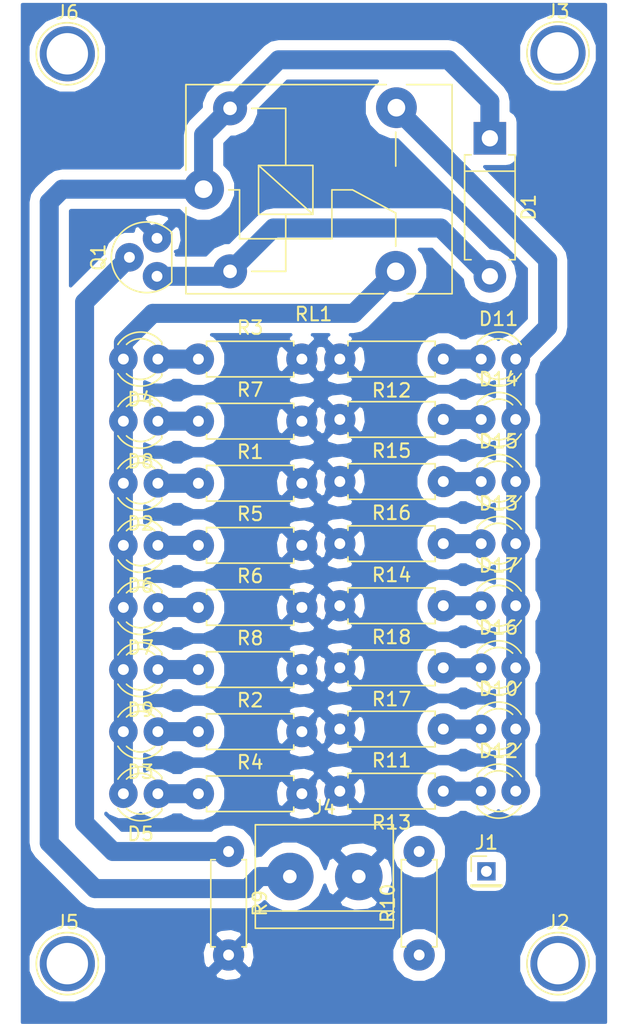
<source format=kicad_pcb>
(kicad_pcb (version 4) (host pcbnew 4.0.6+dfsg1-1)

  (general
    (links 58)
    (no_connects 2)
    (area 82.787167 79.162 128.985334 154.686001)
    (thickness 1.6)
    (drawings 0)
    (tracks 61)
    (zones 0)
    (modules 43)
    (nets 28)
  )

  (page A4)
  (layers
    (0 F.Cu signal)
    (31 B.Cu signal)
    (32 B.Adhes user)
    (33 F.Adhes user)
    (34 B.Paste user)
    (35 F.Paste user)
    (36 B.SilkS user)
    (37 F.SilkS user)
    (38 B.Mask user)
    (39 F.Mask user)
    (40 Dwgs.User user)
    (41 Cmts.User user)
    (42 Eco1.User user)
    (43 Eco2.User user)
    (44 Edge.Cuts user)
    (45 Margin user)
    (46 B.CrtYd user)
    (47 F.CrtYd user)
    (48 B.Fab user)
    (49 F.Fab user)
  )

  (setup
    (last_trace_width 1.4)
    (user_trace_width 0.8)
    (user_trace_width 1)
    (user_trace_width 1.2)
    (user_trace_width 1.4)
    (trace_clearance 0.2)
    (zone_clearance 0.75)
    (zone_45_only no)
    (trace_min 0.2)
    (segment_width 0.2)
    (edge_width 0.15)
    (via_size 0.6)
    (via_drill 0.4)
    (via_min_size 0.4)
    (via_min_drill 0.3)
    (uvia_size 0.3)
    (uvia_drill 0.1)
    (uvias_allowed no)
    (uvia_min_size 0.2)
    (uvia_min_drill 0.1)
    (pcb_text_width 0.3)
    (pcb_text_size 1.5 1.5)
    (mod_edge_width 0.15)
    (mod_text_size 1 1)
    (mod_text_width 0.15)
    (pad_size 1.524 1.524)
    (pad_drill 0.762)
    (pad_to_mask_clearance 0.2)
    (aux_axis_origin 0 0)
    (visible_elements FFFFFF7F)
    (pcbplotparams
      (layerselection 0x00030_80000001)
      (usegerberextensions false)
      (excludeedgelayer true)
      (linewidth 0.050000)
      (plotframeref false)
      (viasonmask false)
      (mode 1)
      (useauxorigin false)
      (hpglpennumber 1)
      (hpglpenspeed 20)
      (hpglpendiameter 15)
      (hpglpenoverlay 2)
      (psnegative false)
      (psa4output false)
      (plotreference true)
      (plotvalue true)
      (plotinvisibletext false)
      (padsonsilk false)
      (subtractmaskfromsilk false)
      (outputformat 1)
      (mirror false)
      (drillshape 1)
      (scaleselection 1)
      (outputdirectory ""))
  )

  (net 0 "")
  (net 1 VCC)
  (net 2 "Net-(D1-Pad2)")
  (net 3 "Net-(D2-Pad1)")
  (net 4 "Net-(D2-Pad2)")
  (net 5 "Net-(D3-Pad1)")
  (net 6 "Net-(D4-Pad1)")
  (net 7 "Net-(D5-Pad1)")
  (net 8 "Net-(D6-Pad1)")
  (net 9 "Net-(D7-Pad1)")
  (net 10 "Net-(D8-Pad1)")
  (net 11 "Net-(D9-Pad1)")
  (net 12 "Net-(D10-Pad1)")
  (net 13 "Net-(D10-Pad2)")
  (net 14 "Net-(D11-Pad1)")
  (net 15 "Net-(D12-Pad1)")
  (net 16 "Net-(D13-Pad1)")
  (net 17 "Net-(D14-Pad1)")
  (net 18 "Net-(D15-Pad1)")
  (net 19 "Net-(D16-Pad1)")
  (net 20 "Net-(D17-Pad1)")
  (net 21 "Net-(J1-Pad1)")
  (net 22 GND)
  (net 23 "Net-(Q1-Pad2)")
  (net 24 "Net-(J2-Pad1)")
  (net 25 "Net-(J3-Pad1)")
  (net 26 "Net-(J5-Pad1)")
  (net 27 "Net-(J6-Pad1)")

  (net_class Default "This is the default net class."
    (clearance 0.2)
    (trace_width 0.25)
    (via_dia 0.6)
    (via_drill 0.4)
    (uvia_dia 0.3)
    (uvia_drill 0.1)
    (add_net GND)
    (add_net "Net-(D1-Pad2)")
    (add_net "Net-(D10-Pad1)")
    (add_net "Net-(D10-Pad2)")
    (add_net "Net-(D11-Pad1)")
    (add_net "Net-(D12-Pad1)")
    (add_net "Net-(D13-Pad1)")
    (add_net "Net-(D14-Pad1)")
    (add_net "Net-(D15-Pad1)")
    (add_net "Net-(D16-Pad1)")
    (add_net "Net-(D17-Pad1)")
    (add_net "Net-(D2-Pad1)")
    (add_net "Net-(D2-Pad2)")
    (add_net "Net-(D3-Pad1)")
    (add_net "Net-(D4-Pad1)")
    (add_net "Net-(D5-Pad1)")
    (add_net "Net-(D6-Pad1)")
    (add_net "Net-(D7-Pad1)")
    (add_net "Net-(D8-Pad1)")
    (add_net "Net-(D9-Pad1)")
    (add_net "Net-(J1-Pad1)")
    (add_net "Net-(J2-Pad1)")
    (add_net "Net-(J3-Pad1)")
    (add_net "Net-(J5-Pad1)")
    (add_net "Net-(J6-Pad1)")
    (add_net "Net-(Q1-Pad2)")
    (add_net VCC)
  )

  (module modFiles:Resistor_small (layer F.Cu) (tedit 5ADE0F5A) (tstamp 5AFF13CE)
    (at 99.695 141.986 270)
    (descr "Resistor, Axial_DIN0207 series, Axial, Horizontal, pin pitch=7.62mm, 0.25W = 1/4W, length*diameter=6.3*2.5mm^2, http://cdn-reichelt.de/documents/datenblatt/B400/1_4W%23YAG.pdf")
    (tags "Resistor Axial_DIN0207 series Axial Horizontal pin pitch 7.62mm 0.25W = 1/4W length 6.3mm diameter 2.5mm")
    (path /5AFF5551)
    (fp_text reference R9 (at 3.81 -2.31 270) (layer F.SilkS)
      (effects (font (size 1 1) (thickness 0.15)))
    )
    (fp_text value R (at 3.81 2.31 270) (layer F.Fab)
      (effects (font (size 1 1) (thickness 0.15)))
    )
    (fp_line (start 0.66 -1.25) (end 0.66 1.25) (layer F.Fab) (width 0.1))
    (fp_line (start 0.66 1.25) (end 6.96 1.25) (layer F.Fab) (width 0.1))
    (fp_line (start 6.96 1.25) (end 6.96 -1.25) (layer F.Fab) (width 0.1))
    (fp_line (start 6.96 -1.25) (end 0.66 -1.25) (layer F.Fab) (width 0.1))
    (fp_line (start 0 0) (end 0.66 0) (layer F.Fab) (width 0.1))
    (fp_line (start 7.62 0) (end 6.96 0) (layer F.Fab) (width 0.1))
    (fp_line (start 0.6 -0.98) (end 0.6 -1.31) (layer F.SilkS) (width 0.12))
    (fp_line (start 0.6 -1.31) (end 7.02 -1.31) (layer F.SilkS) (width 0.12))
    (fp_line (start 7.02 -1.31) (end 7.02 -0.98) (layer F.SilkS) (width 0.12))
    (fp_line (start 0.6 0.98) (end 0.6 1.31) (layer F.SilkS) (width 0.12))
    (fp_line (start 0.6 1.31) (end 7.02 1.31) (layer F.SilkS) (width 0.12))
    (fp_line (start 7.02 1.31) (end 7.02 0.98) (layer F.SilkS) (width 0.12))
    (fp_line (start -1.05 -1.6) (end -1.05 1.6) (layer F.CrtYd) (width 0.05))
    (fp_line (start -1.05 1.6) (end 8.7 1.6) (layer F.CrtYd) (width 0.05))
    (fp_line (start 8.7 1.6) (end 8.7 -1.6) (layer F.CrtYd) (width 0.05))
    (fp_line (start 8.7 -1.6) (end -1.05 -1.6) (layer F.CrtYd) (width 0.05))
    (pad 1 thru_hole circle (at 0 0 270) (size 2.3 2.3) (drill 0.8) (layers *.Cu *.Mask)
      (net 23 "Net-(Q1-Pad2)"))
    (pad 2 thru_hole circle (at 7.62 0 270) (size 2.3 2.3) (drill 0.8) (layers *.Cu *.Mask)
      (net 22 GND))
    (model _3D/Used/R_Axial_DIN0207_L6.3mm_D2.5mm_P7.62mm_Horizontal.wrl
      (at (xyz 0 0 0))
      (scale (xyz 0.393701 0.393701 0.393701))
      (rotate (xyz 0 0 0))
    )
  )

  (module modFiles:Diode_Small (layer F.Cu) (tedit 5877C982) (tstamp 5AFF11AB)
    (at 118.9355 89.4715 270)
    (descr "D, DO-15 series, Axial, Horizontal, pin pitch=10.16mm, , length*diameter=7.6*3.6mm^2, , http://www.diodes.com/_files/packages/DO-15.pdf")
    (tags "D DO-15 series Axial Horizontal pin pitch 10.16mm  length 7.6mm diameter 3.6mm")
    (path /5AFF29CA)
    (fp_text reference D1 (at 5.08 -2.86 270) (layer F.SilkS)
      (effects (font (size 1 1) (thickness 0.15)))
    )
    (fp_text value DIODE (at 5.08 2.86 270) (layer F.Fab)
      (effects (font (size 1 1) (thickness 0.15)))
    )
    (fp_line (start 1.28 -1.8) (end 1.28 1.8) (layer F.Fab) (width 0.1))
    (fp_line (start 1.28 1.8) (end 8.88 1.8) (layer F.Fab) (width 0.1))
    (fp_line (start 8.88 1.8) (end 8.88 -1.8) (layer F.Fab) (width 0.1))
    (fp_line (start 8.88 -1.8) (end 1.28 -1.8) (layer F.Fab) (width 0.1))
    (fp_line (start 0 0) (end 1.28 0) (layer F.Fab) (width 0.1))
    (fp_line (start 10.16 0) (end 8.88 0) (layer F.Fab) (width 0.1))
    (fp_line (start 2.42 -1.8) (end 2.42 1.8) (layer F.Fab) (width 0.1))
    (fp_line (start 1.22 -1.38) (end 1.22 -1.86) (layer F.SilkS) (width 0.12))
    (fp_line (start 1.22 -1.86) (end 8.94 -1.86) (layer F.SilkS) (width 0.12))
    (fp_line (start 8.94 -1.86) (end 8.94 -1.38) (layer F.SilkS) (width 0.12))
    (fp_line (start 1.22 1.38) (end 1.22 1.86) (layer F.SilkS) (width 0.12))
    (fp_line (start 1.22 1.86) (end 8.94 1.86) (layer F.SilkS) (width 0.12))
    (fp_line (start 8.94 1.86) (end 8.94 1.38) (layer F.SilkS) (width 0.12))
    (fp_line (start 2.42 -1.86) (end 2.42 1.86) (layer F.SilkS) (width 0.12))
    (fp_line (start -1.45 -2.15) (end -1.45 2.15) (layer F.CrtYd) (width 0.05))
    (fp_line (start -1.45 2.15) (end 11.65 2.15) (layer F.CrtYd) (width 0.05))
    (fp_line (start 11.65 2.15) (end 11.65 -2.15) (layer F.CrtYd) (width 0.05))
    (fp_line (start 11.65 -2.15) (end -1.45 -2.15) (layer F.CrtYd) (width 0.05))
    (pad 1 thru_hole rect (at 0 0 270) (size 2.4 2.4) (drill 1.2) (layers *.Cu *.Mask)
      (net 1 VCC))
    (pad 2 thru_hole oval (at 10.16 0 270) (size 2.4 2.4) (drill 1.2) (layers *.Cu *.Mask)
      (net 2 "Net-(D1-Pad2)"))
    (model _3D/Used/D_DO-15_P10.16mm_Horizontal.wrl
      (at (xyz 0 0 0))
      (scale (xyz 0.4 0.4 0.4))
      (rotate (xyz 0 0 0))
    )
  )

  (module modFiles:LED_D3.0mm (layer F.Cu) (tedit 5ADE11EB) (tstamp 5AFF11BE)
    (at 94.488 114.8715 180)
    (descr "LED, diameter 3.0mm, 2 pins")
    (tags "LED diameter 3.0mm 2 pins")
    (path /5AFF0054)
    (fp_text reference D2 (at 1.27 -2.96 180) (layer F.SilkS)
      (effects (font (size 1 1) (thickness 0.15)))
    )
    (fp_text value LED (at 1.27 2.96 180) (layer F.Fab)
      (effects (font (size 1 1) (thickness 0.15)))
    )
    (fp_arc (start 1.27 0) (end -0.23 -1.16619) (angle 284.3) (layer F.Fab) (width 0.1))
    (fp_arc (start 1.27 0) (end -0.29 -1.235516) (angle 108.8) (layer F.SilkS) (width 0.12))
    (fp_arc (start 1.27 0) (end -0.29 1.235516) (angle -108.8) (layer F.SilkS) (width 0.12))
    (fp_arc (start 1.27 0) (end 0.229039 -1.08) (angle 87.9) (layer F.SilkS) (width 0.12))
    (fp_arc (start 1.27 0) (end 0.229039 1.08) (angle -87.9) (layer F.SilkS) (width 0.12))
    (fp_circle (center 1.27 0) (end 2.77 0) (layer F.Fab) (width 0.1))
    (fp_line (start -0.23 -1.16619) (end -0.23 1.16619) (layer F.Fab) (width 0.1))
    (fp_line (start -0.29 -1.236) (end -0.29 -1.08) (layer F.SilkS) (width 0.12))
    (fp_line (start -0.29 1.08) (end -0.29 1.236) (layer F.SilkS) (width 0.12))
    (fp_line (start -1.15 -2.25) (end -1.15 2.25) (layer F.CrtYd) (width 0.05))
    (fp_line (start -1.15 2.25) (end 3.7 2.25) (layer F.CrtYd) (width 0.05))
    (fp_line (start 3.7 2.25) (end 3.7 -2.25) (layer F.CrtYd) (width 0.05))
    (fp_line (start 3.7 -2.25) (end -1.15 -2.25) (layer F.CrtYd) (width 0.05))
    (pad 1 thru_hole circle (at 0 0 180) (size 2.1 2.1) (drill 0.8) (layers *.Cu *.Mask)
      (net 3 "Net-(D2-Pad1)"))
    (pad 2 thru_hole circle (at 2.54 0 180) (size 2.1 2.1) (drill 0.8) (layers *.Cu *.Mask)
      (net 4 "Net-(D2-Pad2)"))
    (model _3D/Used/led_3mm_red.wrl
      (at (xyz 0.05 0 0))
      (scale (xyz 1 1 1))
      (rotate (xyz 0 0 90))
    )
  )

  (module modFiles:LED_D3.0mm (layer F.Cu) (tedit 5ADE11EB) (tstamp 5AFF11D1)
    (at 94.488 133.1595 180)
    (descr "LED, diameter 3.0mm, 2 pins")
    (tags "LED diameter 3.0mm 2 pins")
    (path /5AFF01EA)
    (fp_text reference D3 (at 1.27 -2.96 180) (layer F.SilkS)
      (effects (font (size 1 1) (thickness 0.15)))
    )
    (fp_text value LED (at 1.27 2.96 180) (layer F.Fab)
      (effects (font (size 1 1) (thickness 0.15)))
    )
    (fp_arc (start 1.27 0) (end -0.23 -1.16619) (angle 284.3) (layer F.Fab) (width 0.1))
    (fp_arc (start 1.27 0) (end -0.29 -1.235516) (angle 108.8) (layer F.SilkS) (width 0.12))
    (fp_arc (start 1.27 0) (end -0.29 1.235516) (angle -108.8) (layer F.SilkS) (width 0.12))
    (fp_arc (start 1.27 0) (end 0.229039 -1.08) (angle 87.9) (layer F.SilkS) (width 0.12))
    (fp_arc (start 1.27 0) (end 0.229039 1.08) (angle -87.9) (layer F.SilkS) (width 0.12))
    (fp_circle (center 1.27 0) (end 2.77 0) (layer F.Fab) (width 0.1))
    (fp_line (start -0.23 -1.16619) (end -0.23 1.16619) (layer F.Fab) (width 0.1))
    (fp_line (start -0.29 -1.236) (end -0.29 -1.08) (layer F.SilkS) (width 0.12))
    (fp_line (start -0.29 1.08) (end -0.29 1.236) (layer F.SilkS) (width 0.12))
    (fp_line (start -1.15 -2.25) (end -1.15 2.25) (layer F.CrtYd) (width 0.05))
    (fp_line (start -1.15 2.25) (end 3.7 2.25) (layer F.CrtYd) (width 0.05))
    (fp_line (start 3.7 2.25) (end 3.7 -2.25) (layer F.CrtYd) (width 0.05))
    (fp_line (start 3.7 -2.25) (end -1.15 -2.25) (layer F.CrtYd) (width 0.05))
    (pad 1 thru_hole circle (at 0 0 180) (size 2.1 2.1) (drill 0.8) (layers *.Cu *.Mask)
      (net 5 "Net-(D3-Pad1)"))
    (pad 2 thru_hole circle (at 2.54 0 180) (size 2.1 2.1) (drill 0.8) (layers *.Cu *.Mask)
      (net 4 "Net-(D2-Pad2)"))
    (model _3D/Used/led_3mm_red.wrl
      (at (xyz 0.05 0 0))
      (scale (xyz 1 1 1))
      (rotate (xyz 0 0 90))
    )
  )

  (module modFiles:LED_D3.0mm (layer F.Cu) (tedit 5ADE11EB) (tstamp 5AFF11E4)
    (at 94.488 105.7275 180)
    (descr "LED, diameter 3.0mm, 2 pins")
    (tags "LED diameter 3.0mm 2 pins")
    (path /5AFF0400)
    (fp_text reference D4 (at 1.27 -2.96 180) (layer F.SilkS)
      (effects (font (size 1 1) (thickness 0.15)))
    )
    (fp_text value LED (at 1.27 2.96 180) (layer F.Fab)
      (effects (font (size 1 1) (thickness 0.15)))
    )
    (fp_arc (start 1.27 0) (end -0.23 -1.16619) (angle 284.3) (layer F.Fab) (width 0.1))
    (fp_arc (start 1.27 0) (end -0.29 -1.235516) (angle 108.8) (layer F.SilkS) (width 0.12))
    (fp_arc (start 1.27 0) (end -0.29 1.235516) (angle -108.8) (layer F.SilkS) (width 0.12))
    (fp_arc (start 1.27 0) (end 0.229039 -1.08) (angle 87.9) (layer F.SilkS) (width 0.12))
    (fp_arc (start 1.27 0) (end 0.229039 1.08) (angle -87.9) (layer F.SilkS) (width 0.12))
    (fp_circle (center 1.27 0) (end 2.77 0) (layer F.Fab) (width 0.1))
    (fp_line (start -0.23 -1.16619) (end -0.23 1.16619) (layer F.Fab) (width 0.1))
    (fp_line (start -0.29 -1.236) (end -0.29 -1.08) (layer F.SilkS) (width 0.12))
    (fp_line (start -0.29 1.08) (end -0.29 1.236) (layer F.SilkS) (width 0.12))
    (fp_line (start -1.15 -2.25) (end -1.15 2.25) (layer F.CrtYd) (width 0.05))
    (fp_line (start -1.15 2.25) (end 3.7 2.25) (layer F.CrtYd) (width 0.05))
    (fp_line (start 3.7 2.25) (end 3.7 -2.25) (layer F.CrtYd) (width 0.05))
    (fp_line (start 3.7 -2.25) (end -1.15 -2.25) (layer F.CrtYd) (width 0.05))
    (pad 1 thru_hole circle (at 0 0 180) (size 2.1 2.1) (drill 0.8) (layers *.Cu *.Mask)
      (net 6 "Net-(D4-Pad1)"))
    (pad 2 thru_hole circle (at 2.54 0 180) (size 2.1 2.1) (drill 0.8) (layers *.Cu *.Mask)
      (net 4 "Net-(D2-Pad2)"))
    (model _3D/Used/led_3mm_red.wrl
      (at (xyz 0.05 0 0))
      (scale (xyz 1 1 1))
      (rotate (xyz 0 0 90))
    )
  )

  (module modFiles:LED_D3.0mm (layer F.Cu) (tedit 5ADE11EB) (tstamp 5AFF11F7)
    (at 94.488 137.7315 180)
    (descr "LED, diameter 3.0mm, 2 pins")
    (tags "LED diameter 3.0mm 2 pins")
    (path /5AFF040C)
    (fp_text reference D5 (at 1.27 -2.96 180) (layer F.SilkS)
      (effects (font (size 1 1) (thickness 0.15)))
    )
    (fp_text value LED (at 1.27 2.96 180) (layer F.Fab)
      (effects (font (size 1 1) (thickness 0.15)))
    )
    (fp_arc (start 1.27 0) (end -0.23 -1.16619) (angle 284.3) (layer F.Fab) (width 0.1))
    (fp_arc (start 1.27 0) (end -0.29 -1.235516) (angle 108.8) (layer F.SilkS) (width 0.12))
    (fp_arc (start 1.27 0) (end -0.29 1.235516) (angle -108.8) (layer F.SilkS) (width 0.12))
    (fp_arc (start 1.27 0) (end 0.229039 -1.08) (angle 87.9) (layer F.SilkS) (width 0.12))
    (fp_arc (start 1.27 0) (end 0.229039 1.08) (angle -87.9) (layer F.SilkS) (width 0.12))
    (fp_circle (center 1.27 0) (end 2.77 0) (layer F.Fab) (width 0.1))
    (fp_line (start -0.23 -1.16619) (end -0.23 1.16619) (layer F.Fab) (width 0.1))
    (fp_line (start -0.29 -1.236) (end -0.29 -1.08) (layer F.SilkS) (width 0.12))
    (fp_line (start -0.29 1.08) (end -0.29 1.236) (layer F.SilkS) (width 0.12))
    (fp_line (start -1.15 -2.25) (end -1.15 2.25) (layer F.CrtYd) (width 0.05))
    (fp_line (start -1.15 2.25) (end 3.7 2.25) (layer F.CrtYd) (width 0.05))
    (fp_line (start 3.7 2.25) (end 3.7 -2.25) (layer F.CrtYd) (width 0.05))
    (fp_line (start 3.7 -2.25) (end -1.15 -2.25) (layer F.CrtYd) (width 0.05))
    (pad 1 thru_hole circle (at 0 0 180) (size 2.1 2.1) (drill 0.8) (layers *.Cu *.Mask)
      (net 7 "Net-(D5-Pad1)"))
    (pad 2 thru_hole circle (at 2.54 0 180) (size 2.1 2.1) (drill 0.8) (layers *.Cu *.Mask)
      (net 4 "Net-(D2-Pad2)"))
    (model _3D/Used/led_3mm_red.wrl
      (at (xyz 0.05 0 0))
      (scale (xyz 1 1 1))
      (rotate (xyz 0 0 90))
    )
  )

  (module modFiles:LED_D3.0mm (layer F.Cu) (tedit 5ADE11EB) (tstamp 5AFF120A)
    (at 94.488 119.4435 180)
    (descr "LED, diameter 3.0mm, 2 pins")
    (tags "LED diameter 3.0mm 2 pins")
    (path /5AFF0DC7)
    (fp_text reference D6 (at 1.27 -2.96 180) (layer F.SilkS)
      (effects (font (size 1 1) (thickness 0.15)))
    )
    (fp_text value LED (at 1.27 2.96 180) (layer F.Fab)
      (effects (font (size 1 1) (thickness 0.15)))
    )
    (fp_arc (start 1.27 0) (end -0.23 -1.16619) (angle 284.3) (layer F.Fab) (width 0.1))
    (fp_arc (start 1.27 0) (end -0.29 -1.235516) (angle 108.8) (layer F.SilkS) (width 0.12))
    (fp_arc (start 1.27 0) (end -0.29 1.235516) (angle -108.8) (layer F.SilkS) (width 0.12))
    (fp_arc (start 1.27 0) (end 0.229039 -1.08) (angle 87.9) (layer F.SilkS) (width 0.12))
    (fp_arc (start 1.27 0) (end 0.229039 1.08) (angle -87.9) (layer F.SilkS) (width 0.12))
    (fp_circle (center 1.27 0) (end 2.77 0) (layer F.Fab) (width 0.1))
    (fp_line (start -0.23 -1.16619) (end -0.23 1.16619) (layer F.Fab) (width 0.1))
    (fp_line (start -0.29 -1.236) (end -0.29 -1.08) (layer F.SilkS) (width 0.12))
    (fp_line (start -0.29 1.08) (end -0.29 1.236) (layer F.SilkS) (width 0.12))
    (fp_line (start -1.15 -2.25) (end -1.15 2.25) (layer F.CrtYd) (width 0.05))
    (fp_line (start -1.15 2.25) (end 3.7 2.25) (layer F.CrtYd) (width 0.05))
    (fp_line (start 3.7 2.25) (end 3.7 -2.25) (layer F.CrtYd) (width 0.05))
    (fp_line (start 3.7 -2.25) (end -1.15 -2.25) (layer F.CrtYd) (width 0.05))
    (pad 1 thru_hole circle (at 0 0 180) (size 2.1 2.1) (drill 0.8) (layers *.Cu *.Mask)
      (net 8 "Net-(D6-Pad1)"))
    (pad 2 thru_hole circle (at 2.54 0 180) (size 2.1 2.1) (drill 0.8) (layers *.Cu *.Mask)
      (net 4 "Net-(D2-Pad2)"))
    (model _3D/Used/led_3mm_red.wrl
      (at (xyz 0.05 0 0))
      (scale (xyz 1 1 1))
      (rotate (xyz 0 0 90))
    )
  )

  (module modFiles:LED_D3.0mm (layer F.Cu) (tedit 5ADE11EB) (tstamp 5AFF121D)
    (at 94.488 124.0155 180)
    (descr "LED, diameter 3.0mm, 2 pins")
    (tags "LED diameter 3.0mm 2 pins")
    (path /5AFF0DD3)
    (fp_text reference D7 (at 1.27 -2.96 180) (layer F.SilkS)
      (effects (font (size 1 1) (thickness 0.15)))
    )
    (fp_text value LED (at 1.27 2.96 180) (layer F.Fab)
      (effects (font (size 1 1) (thickness 0.15)))
    )
    (fp_arc (start 1.27 0) (end -0.23 -1.16619) (angle 284.3) (layer F.Fab) (width 0.1))
    (fp_arc (start 1.27 0) (end -0.29 -1.235516) (angle 108.8) (layer F.SilkS) (width 0.12))
    (fp_arc (start 1.27 0) (end -0.29 1.235516) (angle -108.8) (layer F.SilkS) (width 0.12))
    (fp_arc (start 1.27 0) (end 0.229039 -1.08) (angle 87.9) (layer F.SilkS) (width 0.12))
    (fp_arc (start 1.27 0) (end 0.229039 1.08) (angle -87.9) (layer F.SilkS) (width 0.12))
    (fp_circle (center 1.27 0) (end 2.77 0) (layer F.Fab) (width 0.1))
    (fp_line (start -0.23 -1.16619) (end -0.23 1.16619) (layer F.Fab) (width 0.1))
    (fp_line (start -0.29 -1.236) (end -0.29 -1.08) (layer F.SilkS) (width 0.12))
    (fp_line (start -0.29 1.08) (end -0.29 1.236) (layer F.SilkS) (width 0.12))
    (fp_line (start -1.15 -2.25) (end -1.15 2.25) (layer F.CrtYd) (width 0.05))
    (fp_line (start -1.15 2.25) (end 3.7 2.25) (layer F.CrtYd) (width 0.05))
    (fp_line (start 3.7 2.25) (end 3.7 -2.25) (layer F.CrtYd) (width 0.05))
    (fp_line (start 3.7 -2.25) (end -1.15 -2.25) (layer F.CrtYd) (width 0.05))
    (pad 1 thru_hole circle (at 0 0 180) (size 2.1 2.1) (drill 0.8) (layers *.Cu *.Mask)
      (net 9 "Net-(D7-Pad1)"))
    (pad 2 thru_hole circle (at 2.54 0 180) (size 2.1 2.1) (drill 0.8) (layers *.Cu *.Mask)
      (net 4 "Net-(D2-Pad2)"))
    (model _3D/Used/led_3mm_red.wrl
      (at (xyz 0.05 0 0))
      (scale (xyz 1 1 1))
      (rotate (xyz 0 0 90))
    )
  )

  (module modFiles:LED_D3.0mm (layer F.Cu) (tedit 5ADE11EB) (tstamp 5AFF1230)
    (at 94.488 110.2995 180)
    (descr "LED, diameter 3.0mm, 2 pins")
    (tags "LED diameter 3.0mm 2 pins")
    (path /5AFF0DE1)
    (fp_text reference D8 (at 1.27 -2.96 180) (layer F.SilkS)
      (effects (font (size 1 1) (thickness 0.15)))
    )
    (fp_text value LED (at 1.27 2.96 180) (layer F.Fab)
      (effects (font (size 1 1) (thickness 0.15)))
    )
    (fp_arc (start 1.27 0) (end -0.23 -1.16619) (angle 284.3) (layer F.Fab) (width 0.1))
    (fp_arc (start 1.27 0) (end -0.29 -1.235516) (angle 108.8) (layer F.SilkS) (width 0.12))
    (fp_arc (start 1.27 0) (end -0.29 1.235516) (angle -108.8) (layer F.SilkS) (width 0.12))
    (fp_arc (start 1.27 0) (end 0.229039 -1.08) (angle 87.9) (layer F.SilkS) (width 0.12))
    (fp_arc (start 1.27 0) (end 0.229039 1.08) (angle -87.9) (layer F.SilkS) (width 0.12))
    (fp_circle (center 1.27 0) (end 2.77 0) (layer F.Fab) (width 0.1))
    (fp_line (start -0.23 -1.16619) (end -0.23 1.16619) (layer F.Fab) (width 0.1))
    (fp_line (start -0.29 -1.236) (end -0.29 -1.08) (layer F.SilkS) (width 0.12))
    (fp_line (start -0.29 1.08) (end -0.29 1.236) (layer F.SilkS) (width 0.12))
    (fp_line (start -1.15 -2.25) (end -1.15 2.25) (layer F.CrtYd) (width 0.05))
    (fp_line (start -1.15 2.25) (end 3.7 2.25) (layer F.CrtYd) (width 0.05))
    (fp_line (start 3.7 2.25) (end 3.7 -2.25) (layer F.CrtYd) (width 0.05))
    (fp_line (start 3.7 -2.25) (end -1.15 -2.25) (layer F.CrtYd) (width 0.05))
    (pad 1 thru_hole circle (at 0 0 180) (size 2.1 2.1) (drill 0.8) (layers *.Cu *.Mask)
      (net 10 "Net-(D8-Pad1)"))
    (pad 2 thru_hole circle (at 2.54 0 180) (size 2.1 2.1) (drill 0.8) (layers *.Cu *.Mask)
      (net 4 "Net-(D2-Pad2)"))
    (model _3D/Used/led_3mm_red.wrl
      (at (xyz 0.05 0 0))
      (scale (xyz 1 1 1))
      (rotate (xyz 0 0 90))
    )
  )

  (module modFiles:LED_D3.0mm (layer F.Cu) (tedit 5ADE11EB) (tstamp 5AFF1243)
    (at 94.488 128.5875 180)
    (descr "LED, diameter 3.0mm, 2 pins")
    (tags "LED diameter 3.0mm 2 pins")
    (path /5AFF0DED)
    (fp_text reference D9 (at 1.27 -2.96 180) (layer F.SilkS)
      (effects (font (size 1 1) (thickness 0.15)))
    )
    (fp_text value LED (at 1.27 2.96 180) (layer F.Fab)
      (effects (font (size 1 1) (thickness 0.15)))
    )
    (fp_arc (start 1.27 0) (end -0.23 -1.16619) (angle 284.3) (layer F.Fab) (width 0.1))
    (fp_arc (start 1.27 0) (end -0.29 -1.235516) (angle 108.8) (layer F.SilkS) (width 0.12))
    (fp_arc (start 1.27 0) (end -0.29 1.235516) (angle -108.8) (layer F.SilkS) (width 0.12))
    (fp_arc (start 1.27 0) (end 0.229039 -1.08) (angle 87.9) (layer F.SilkS) (width 0.12))
    (fp_arc (start 1.27 0) (end 0.229039 1.08) (angle -87.9) (layer F.SilkS) (width 0.12))
    (fp_circle (center 1.27 0) (end 2.77 0) (layer F.Fab) (width 0.1))
    (fp_line (start -0.23 -1.16619) (end -0.23 1.16619) (layer F.Fab) (width 0.1))
    (fp_line (start -0.29 -1.236) (end -0.29 -1.08) (layer F.SilkS) (width 0.12))
    (fp_line (start -0.29 1.08) (end -0.29 1.236) (layer F.SilkS) (width 0.12))
    (fp_line (start -1.15 -2.25) (end -1.15 2.25) (layer F.CrtYd) (width 0.05))
    (fp_line (start -1.15 2.25) (end 3.7 2.25) (layer F.CrtYd) (width 0.05))
    (fp_line (start 3.7 2.25) (end 3.7 -2.25) (layer F.CrtYd) (width 0.05))
    (fp_line (start 3.7 -2.25) (end -1.15 -2.25) (layer F.CrtYd) (width 0.05))
    (pad 1 thru_hole circle (at 0 0 180) (size 2.1 2.1) (drill 0.8) (layers *.Cu *.Mask)
      (net 11 "Net-(D9-Pad1)"))
    (pad 2 thru_hole circle (at 2.54 0 180) (size 2.1 2.1) (drill 0.8) (layers *.Cu *.Mask)
      (net 4 "Net-(D2-Pad2)"))
    (model _3D/Used/led_3mm_red.wrl
      (at (xyz 0.05 0 0))
      (scale (xyz 1 1 1))
      (rotate (xyz 0 0 90))
    )
  )

  (module modFiles:LED_D3.0mm (layer F.Cu) (tedit 5ADE11EB) (tstamp 5AFF1256)
    (at 118.3005 132.969)
    (descr "LED, diameter 3.0mm, 2 pins")
    (tags "LED diameter 3.0mm 2 pins")
    (path /5AFF1856)
    (fp_text reference D10 (at 1.27 -2.96) (layer F.SilkS)
      (effects (font (size 1 1) (thickness 0.15)))
    )
    (fp_text value LED (at 1.27 2.96) (layer F.Fab)
      (effects (font (size 1 1) (thickness 0.15)))
    )
    (fp_arc (start 1.27 0) (end -0.23 -1.16619) (angle 284.3) (layer F.Fab) (width 0.1))
    (fp_arc (start 1.27 0) (end -0.29 -1.235516) (angle 108.8) (layer F.SilkS) (width 0.12))
    (fp_arc (start 1.27 0) (end -0.29 1.235516) (angle -108.8) (layer F.SilkS) (width 0.12))
    (fp_arc (start 1.27 0) (end 0.229039 -1.08) (angle 87.9) (layer F.SilkS) (width 0.12))
    (fp_arc (start 1.27 0) (end 0.229039 1.08) (angle -87.9) (layer F.SilkS) (width 0.12))
    (fp_circle (center 1.27 0) (end 2.77 0) (layer F.Fab) (width 0.1))
    (fp_line (start -0.23 -1.16619) (end -0.23 1.16619) (layer F.Fab) (width 0.1))
    (fp_line (start -0.29 -1.236) (end -0.29 -1.08) (layer F.SilkS) (width 0.12))
    (fp_line (start -0.29 1.08) (end -0.29 1.236) (layer F.SilkS) (width 0.12))
    (fp_line (start -1.15 -2.25) (end -1.15 2.25) (layer F.CrtYd) (width 0.05))
    (fp_line (start -1.15 2.25) (end 3.7 2.25) (layer F.CrtYd) (width 0.05))
    (fp_line (start 3.7 2.25) (end 3.7 -2.25) (layer F.CrtYd) (width 0.05))
    (fp_line (start 3.7 -2.25) (end -1.15 -2.25) (layer F.CrtYd) (width 0.05))
    (pad 1 thru_hole circle (at 0 0) (size 2.1 2.1) (drill 0.8) (layers *.Cu *.Mask)
      (net 12 "Net-(D10-Pad1)"))
    (pad 2 thru_hole circle (at 2.54 0) (size 2.1 2.1) (drill 0.8) (layers *.Cu *.Mask)
      (net 13 "Net-(D10-Pad2)"))
    (model _3D/Used/led_3mm_red.wrl
      (at (xyz 0.05 0 0))
      (scale (xyz 1 1 1))
      (rotate (xyz 0 0 90))
    )
  )

  (module modFiles:LED_D3.0mm (layer F.Cu) (tedit 5ADE11EB) (tstamp 5AFF1269)
    (at 118.3005 105.7275)
    (descr "LED, diameter 3.0mm, 2 pins")
    (tags "LED diameter 3.0mm 2 pins")
    (path /5AFF1862)
    (fp_text reference D11 (at 1.27 -2.96) (layer F.SilkS)
      (effects (font (size 1 1) (thickness 0.15)))
    )
    (fp_text value LED (at 1.27 2.96) (layer F.Fab)
      (effects (font (size 1 1) (thickness 0.15)))
    )
    (fp_arc (start 1.27 0) (end -0.23 -1.16619) (angle 284.3) (layer F.Fab) (width 0.1))
    (fp_arc (start 1.27 0) (end -0.29 -1.235516) (angle 108.8) (layer F.SilkS) (width 0.12))
    (fp_arc (start 1.27 0) (end -0.29 1.235516) (angle -108.8) (layer F.SilkS) (width 0.12))
    (fp_arc (start 1.27 0) (end 0.229039 -1.08) (angle 87.9) (layer F.SilkS) (width 0.12))
    (fp_arc (start 1.27 0) (end 0.229039 1.08) (angle -87.9) (layer F.SilkS) (width 0.12))
    (fp_circle (center 1.27 0) (end 2.77 0) (layer F.Fab) (width 0.1))
    (fp_line (start -0.23 -1.16619) (end -0.23 1.16619) (layer F.Fab) (width 0.1))
    (fp_line (start -0.29 -1.236) (end -0.29 -1.08) (layer F.SilkS) (width 0.12))
    (fp_line (start -0.29 1.08) (end -0.29 1.236) (layer F.SilkS) (width 0.12))
    (fp_line (start -1.15 -2.25) (end -1.15 2.25) (layer F.CrtYd) (width 0.05))
    (fp_line (start -1.15 2.25) (end 3.7 2.25) (layer F.CrtYd) (width 0.05))
    (fp_line (start 3.7 2.25) (end 3.7 -2.25) (layer F.CrtYd) (width 0.05))
    (fp_line (start 3.7 -2.25) (end -1.15 -2.25) (layer F.CrtYd) (width 0.05))
    (pad 1 thru_hole circle (at 0 0) (size 2.1 2.1) (drill 0.8) (layers *.Cu *.Mask)
      (net 14 "Net-(D11-Pad1)"))
    (pad 2 thru_hole circle (at 2.54 0) (size 2.1 2.1) (drill 0.8) (layers *.Cu *.Mask)
      (net 13 "Net-(D10-Pad2)"))
    (model _3D/Used/led_3mm_red.wrl
      (at (xyz 0.05 0 0))
      (scale (xyz 1 1 1))
      (rotate (xyz 0 0 90))
    )
  )

  (module modFiles:LED_D3.0mm (layer F.Cu) (tedit 5ADE11EB) (tstamp 5AFF127C)
    (at 118.3005 137.541)
    (descr "LED, diameter 3.0mm, 2 pins")
    (tags "LED diameter 3.0mm 2 pins")
    (path /5AFF1870)
    (fp_text reference D12 (at 1.27 -2.96) (layer F.SilkS)
      (effects (font (size 1 1) (thickness 0.15)))
    )
    (fp_text value LED (at 1.27 2.96) (layer F.Fab)
      (effects (font (size 1 1) (thickness 0.15)))
    )
    (fp_arc (start 1.27 0) (end -0.23 -1.16619) (angle 284.3) (layer F.Fab) (width 0.1))
    (fp_arc (start 1.27 0) (end -0.29 -1.235516) (angle 108.8) (layer F.SilkS) (width 0.12))
    (fp_arc (start 1.27 0) (end -0.29 1.235516) (angle -108.8) (layer F.SilkS) (width 0.12))
    (fp_arc (start 1.27 0) (end 0.229039 -1.08) (angle 87.9) (layer F.SilkS) (width 0.12))
    (fp_arc (start 1.27 0) (end 0.229039 1.08) (angle -87.9) (layer F.SilkS) (width 0.12))
    (fp_circle (center 1.27 0) (end 2.77 0) (layer F.Fab) (width 0.1))
    (fp_line (start -0.23 -1.16619) (end -0.23 1.16619) (layer F.Fab) (width 0.1))
    (fp_line (start -0.29 -1.236) (end -0.29 -1.08) (layer F.SilkS) (width 0.12))
    (fp_line (start -0.29 1.08) (end -0.29 1.236) (layer F.SilkS) (width 0.12))
    (fp_line (start -1.15 -2.25) (end -1.15 2.25) (layer F.CrtYd) (width 0.05))
    (fp_line (start -1.15 2.25) (end 3.7 2.25) (layer F.CrtYd) (width 0.05))
    (fp_line (start 3.7 2.25) (end 3.7 -2.25) (layer F.CrtYd) (width 0.05))
    (fp_line (start 3.7 -2.25) (end -1.15 -2.25) (layer F.CrtYd) (width 0.05))
    (pad 1 thru_hole circle (at 0 0) (size 2.1 2.1) (drill 0.8) (layers *.Cu *.Mask)
      (net 15 "Net-(D12-Pad1)"))
    (pad 2 thru_hole circle (at 2.54 0) (size 2.1 2.1) (drill 0.8) (layers *.Cu *.Mask)
      (net 13 "Net-(D10-Pad2)"))
    (model _3D/Used/led_3mm_red.wrl
      (at (xyz 0.05 0 0))
      (scale (xyz 1 1 1))
      (rotate (xyz 0 0 90))
    )
  )

  (module modFiles:LED_D3.0mm (layer F.Cu) (tedit 5ADE11EB) (tstamp 5AFF128F)
    (at 118.3005 119.3165)
    (descr "LED, diameter 3.0mm, 2 pins")
    (tags "LED diameter 3.0mm 2 pins")
    (path /5AFF187C)
    (fp_text reference D13 (at 1.27 -2.96) (layer F.SilkS)
      (effects (font (size 1 1) (thickness 0.15)))
    )
    (fp_text value LED (at 1.27 2.96) (layer F.Fab)
      (effects (font (size 1 1) (thickness 0.15)))
    )
    (fp_arc (start 1.27 0) (end -0.23 -1.16619) (angle 284.3) (layer F.Fab) (width 0.1))
    (fp_arc (start 1.27 0) (end -0.29 -1.235516) (angle 108.8) (layer F.SilkS) (width 0.12))
    (fp_arc (start 1.27 0) (end -0.29 1.235516) (angle -108.8) (layer F.SilkS) (width 0.12))
    (fp_arc (start 1.27 0) (end 0.229039 -1.08) (angle 87.9) (layer F.SilkS) (width 0.12))
    (fp_arc (start 1.27 0) (end 0.229039 1.08) (angle -87.9) (layer F.SilkS) (width 0.12))
    (fp_circle (center 1.27 0) (end 2.77 0) (layer F.Fab) (width 0.1))
    (fp_line (start -0.23 -1.16619) (end -0.23 1.16619) (layer F.Fab) (width 0.1))
    (fp_line (start -0.29 -1.236) (end -0.29 -1.08) (layer F.SilkS) (width 0.12))
    (fp_line (start -0.29 1.08) (end -0.29 1.236) (layer F.SilkS) (width 0.12))
    (fp_line (start -1.15 -2.25) (end -1.15 2.25) (layer F.CrtYd) (width 0.05))
    (fp_line (start -1.15 2.25) (end 3.7 2.25) (layer F.CrtYd) (width 0.05))
    (fp_line (start 3.7 2.25) (end 3.7 -2.25) (layer F.CrtYd) (width 0.05))
    (fp_line (start 3.7 -2.25) (end -1.15 -2.25) (layer F.CrtYd) (width 0.05))
    (pad 1 thru_hole circle (at 0 0) (size 2.1 2.1) (drill 0.8) (layers *.Cu *.Mask)
      (net 16 "Net-(D13-Pad1)"))
    (pad 2 thru_hole circle (at 2.54 0) (size 2.1 2.1) (drill 0.8) (layers *.Cu *.Mask)
      (net 13 "Net-(D10-Pad2)"))
    (model _3D/Used/led_3mm_red.wrl
      (at (xyz 0.05 0 0))
      (scale (xyz 1 1 1))
      (rotate (xyz 0 0 90))
    )
  )

  (module modFiles:LED_D3.0mm (layer F.Cu) (tedit 5ADE11EB) (tstamp 5AFF12A2)
    (at 118.3005 110.1725)
    (descr "LED, diameter 3.0mm, 2 pins")
    (tags "LED diameter 3.0mm 2 pins")
    (path /5AFF188C)
    (fp_text reference D14 (at 1.27 -2.96) (layer F.SilkS)
      (effects (font (size 1 1) (thickness 0.15)))
    )
    (fp_text value LED (at 1.27 2.96) (layer F.Fab)
      (effects (font (size 1 1) (thickness 0.15)))
    )
    (fp_arc (start 1.27 0) (end -0.23 -1.16619) (angle 284.3) (layer F.Fab) (width 0.1))
    (fp_arc (start 1.27 0) (end -0.29 -1.235516) (angle 108.8) (layer F.SilkS) (width 0.12))
    (fp_arc (start 1.27 0) (end -0.29 1.235516) (angle -108.8) (layer F.SilkS) (width 0.12))
    (fp_arc (start 1.27 0) (end 0.229039 -1.08) (angle 87.9) (layer F.SilkS) (width 0.12))
    (fp_arc (start 1.27 0) (end 0.229039 1.08) (angle -87.9) (layer F.SilkS) (width 0.12))
    (fp_circle (center 1.27 0) (end 2.77 0) (layer F.Fab) (width 0.1))
    (fp_line (start -0.23 -1.16619) (end -0.23 1.16619) (layer F.Fab) (width 0.1))
    (fp_line (start -0.29 -1.236) (end -0.29 -1.08) (layer F.SilkS) (width 0.12))
    (fp_line (start -0.29 1.08) (end -0.29 1.236) (layer F.SilkS) (width 0.12))
    (fp_line (start -1.15 -2.25) (end -1.15 2.25) (layer F.CrtYd) (width 0.05))
    (fp_line (start -1.15 2.25) (end 3.7 2.25) (layer F.CrtYd) (width 0.05))
    (fp_line (start 3.7 2.25) (end 3.7 -2.25) (layer F.CrtYd) (width 0.05))
    (fp_line (start 3.7 -2.25) (end -1.15 -2.25) (layer F.CrtYd) (width 0.05))
    (pad 1 thru_hole circle (at 0 0) (size 2.1 2.1) (drill 0.8) (layers *.Cu *.Mask)
      (net 17 "Net-(D14-Pad1)"))
    (pad 2 thru_hole circle (at 2.54 0) (size 2.1 2.1) (drill 0.8) (layers *.Cu *.Mask)
      (net 13 "Net-(D10-Pad2)"))
    (model _3D/Used/led_3mm_red.wrl
      (at (xyz 0.05 0 0))
      (scale (xyz 1 1 1))
      (rotate (xyz 0 0 90))
    )
  )

  (module modFiles:LED_D3.0mm (layer F.Cu) (tedit 5ADE11EB) (tstamp 5AFF12B5)
    (at 118.3005 114.7445)
    (descr "LED, diameter 3.0mm, 2 pins")
    (tags "LED diameter 3.0mm 2 pins")
    (path /5AFF1898)
    (fp_text reference D15 (at 1.27 -2.96) (layer F.SilkS)
      (effects (font (size 1 1) (thickness 0.15)))
    )
    (fp_text value LED (at 1.27 2.96) (layer F.Fab)
      (effects (font (size 1 1) (thickness 0.15)))
    )
    (fp_arc (start 1.27 0) (end -0.23 -1.16619) (angle 284.3) (layer F.Fab) (width 0.1))
    (fp_arc (start 1.27 0) (end -0.29 -1.235516) (angle 108.8) (layer F.SilkS) (width 0.12))
    (fp_arc (start 1.27 0) (end -0.29 1.235516) (angle -108.8) (layer F.SilkS) (width 0.12))
    (fp_arc (start 1.27 0) (end 0.229039 -1.08) (angle 87.9) (layer F.SilkS) (width 0.12))
    (fp_arc (start 1.27 0) (end 0.229039 1.08) (angle -87.9) (layer F.SilkS) (width 0.12))
    (fp_circle (center 1.27 0) (end 2.77 0) (layer F.Fab) (width 0.1))
    (fp_line (start -0.23 -1.16619) (end -0.23 1.16619) (layer F.Fab) (width 0.1))
    (fp_line (start -0.29 -1.236) (end -0.29 -1.08) (layer F.SilkS) (width 0.12))
    (fp_line (start -0.29 1.08) (end -0.29 1.236) (layer F.SilkS) (width 0.12))
    (fp_line (start -1.15 -2.25) (end -1.15 2.25) (layer F.CrtYd) (width 0.05))
    (fp_line (start -1.15 2.25) (end 3.7 2.25) (layer F.CrtYd) (width 0.05))
    (fp_line (start 3.7 2.25) (end 3.7 -2.25) (layer F.CrtYd) (width 0.05))
    (fp_line (start 3.7 -2.25) (end -1.15 -2.25) (layer F.CrtYd) (width 0.05))
    (pad 1 thru_hole circle (at 0 0) (size 2.1 2.1) (drill 0.8) (layers *.Cu *.Mask)
      (net 18 "Net-(D15-Pad1)"))
    (pad 2 thru_hole circle (at 2.54 0) (size 2.1 2.1) (drill 0.8) (layers *.Cu *.Mask)
      (net 13 "Net-(D10-Pad2)"))
    (model _3D/Used/led_3mm_red.wrl
      (at (xyz 0.05 0 0))
      (scale (xyz 1 1 1))
      (rotate (xyz 0 0 90))
    )
  )

  (module modFiles:LED_D3.0mm (layer F.Cu) (tedit 5ADE11EB) (tstamp 5AFF12C8)
    (at 118.3005 128.4605)
    (descr "LED, diameter 3.0mm, 2 pins")
    (tags "LED diameter 3.0mm 2 pins")
    (path /5AFF18A4)
    (fp_text reference D16 (at 1.27 -2.96) (layer F.SilkS)
      (effects (font (size 1 1) (thickness 0.15)))
    )
    (fp_text value LED (at 1.27 2.96) (layer F.Fab)
      (effects (font (size 1 1) (thickness 0.15)))
    )
    (fp_arc (start 1.27 0) (end -0.23 -1.16619) (angle 284.3) (layer F.Fab) (width 0.1))
    (fp_arc (start 1.27 0) (end -0.29 -1.235516) (angle 108.8) (layer F.SilkS) (width 0.12))
    (fp_arc (start 1.27 0) (end -0.29 1.235516) (angle -108.8) (layer F.SilkS) (width 0.12))
    (fp_arc (start 1.27 0) (end 0.229039 -1.08) (angle 87.9) (layer F.SilkS) (width 0.12))
    (fp_arc (start 1.27 0) (end 0.229039 1.08) (angle -87.9) (layer F.SilkS) (width 0.12))
    (fp_circle (center 1.27 0) (end 2.77 0) (layer F.Fab) (width 0.1))
    (fp_line (start -0.23 -1.16619) (end -0.23 1.16619) (layer F.Fab) (width 0.1))
    (fp_line (start -0.29 -1.236) (end -0.29 -1.08) (layer F.SilkS) (width 0.12))
    (fp_line (start -0.29 1.08) (end -0.29 1.236) (layer F.SilkS) (width 0.12))
    (fp_line (start -1.15 -2.25) (end -1.15 2.25) (layer F.CrtYd) (width 0.05))
    (fp_line (start -1.15 2.25) (end 3.7 2.25) (layer F.CrtYd) (width 0.05))
    (fp_line (start 3.7 2.25) (end 3.7 -2.25) (layer F.CrtYd) (width 0.05))
    (fp_line (start 3.7 -2.25) (end -1.15 -2.25) (layer F.CrtYd) (width 0.05))
    (pad 1 thru_hole circle (at 0 0) (size 2.1 2.1) (drill 0.8) (layers *.Cu *.Mask)
      (net 19 "Net-(D16-Pad1)"))
    (pad 2 thru_hole circle (at 2.54 0) (size 2.1 2.1) (drill 0.8) (layers *.Cu *.Mask)
      (net 13 "Net-(D10-Pad2)"))
    (model _3D/Used/led_3mm_red.wrl
      (at (xyz 0.05 0 0))
      (scale (xyz 1 1 1))
      (rotate (xyz 0 0 90))
    )
  )

  (module modFiles:LED_D3.0mm (layer F.Cu) (tedit 5ADE11EB) (tstamp 5AFF12DB)
    (at 118.3005 123.8885)
    (descr "LED, diameter 3.0mm, 2 pins")
    (tags "LED diameter 3.0mm 2 pins")
    (path /5AFF18B0)
    (fp_text reference D17 (at 1.27 -2.96) (layer F.SilkS)
      (effects (font (size 1 1) (thickness 0.15)))
    )
    (fp_text value LED (at 1.27 2.96) (layer F.Fab)
      (effects (font (size 1 1) (thickness 0.15)))
    )
    (fp_arc (start 1.27 0) (end -0.23 -1.16619) (angle 284.3) (layer F.Fab) (width 0.1))
    (fp_arc (start 1.27 0) (end -0.29 -1.235516) (angle 108.8) (layer F.SilkS) (width 0.12))
    (fp_arc (start 1.27 0) (end -0.29 1.235516) (angle -108.8) (layer F.SilkS) (width 0.12))
    (fp_arc (start 1.27 0) (end 0.229039 -1.08) (angle 87.9) (layer F.SilkS) (width 0.12))
    (fp_arc (start 1.27 0) (end 0.229039 1.08) (angle -87.9) (layer F.SilkS) (width 0.12))
    (fp_circle (center 1.27 0) (end 2.77 0) (layer F.Fab) (width 0.1))
    (fp_line (start -0.23 -1.16619) (end -0.23 1.16619) (layer F.Fab) (width 0.1))
    (fp_line (start -0.29 -1.236) (end -0.29 -1.08) (layer F.SilkS) (width 0.12))
    (fp_line (start -0.29 1.08) (end -0.29 1.236) (layer F.SilkS) (width 0.12))
    (fp_line (start -1.15 -2.25) (end -1.15 2.25) (layer F.CrtYd) (width 0.05))
    (fp_line (start -1.15 2.25) (end 3.7 2.25) (layer F.CrtYd) (width 0.05))
    (fp_line (start 3.7 2.25) (end 3.7 -2.25) (layer F.CrtYd) (width 0.05))
    (fp_line (start 3.7 -2.25) (end -1.15 -2.25) (layer F.CrtYd) (width 0.05))
    (pad 1 thru_hole circle (at 0 0) (size 2.1 2.1) (drill 0.8) (layers *.Cu *.Mask)
      (net 20 "Net-(D17-Pad1)"))
    (pad 2 thru_hole circle (at 2.54 0) (size 2.1 2.1) (drill 0.8) (layers *.Cu *.Mask)
      (net 13 "Net-(D10-Pad2)"))
    (model _3D/Used/led_3mm_red.wrl
      (at (xyz 0.05 0 0))
      (scale (xyz 1 1 1))
      (rotate (xyz 0 0 90))
    )
  )

  (module modFiles:BC547 (layer F.Cu) (tedit 5ADE077D) (tstamp 5AFF1308)
    (at 93.6625 99.5045 90)
    (descr "TO-92 leads molded, narrow, drill 0.6mm (see NXP sot054_po.pdf)")
    (tags "to-92 sc-43 sc-43a sot54 PA33 transistor")
    (path /5AFF458F)
    (fp_text reference Q1 (at 1.27 -3.556 90) (layer F.SilkS)
      (effects (font (size 1 1) (thickness 0.15)))
    )
    (fp_text value BC547 (at 1.27 2.794 90) (layer F.Fab)
      (effects (font (size 1 1) (thickness 0.15)))
    )
    (fp_line (start -1.65 -2.9) (end 4.15 -2.9) (layer F.CrtYd) (width 0.05))
    (fp_line (start 4.15 -2.9) (end 4.15 2.2) (layer F.CrtYd) (width 0.05))
    (fp_line (start 4.15 2.2) (end -1.65 2.2) (layer F.CrtYd) (width 0.05))
    (fp_line (start -1.65 2.2) (end -1.65 -2.9) (layer F.CrtYd) (width 0.05))
    (fp_line (start -0.53 1.85) (end 3.07 1.85) (layer F.SilkS) (width 0.12))
    (fp_line (start -0.5 1.75) (end 3 1.75) (layer F.Fab) (width 0.1))
    (fp_arc (start 1.27 0) (end 1.27 -2.48) (angle 135) (layer F.Fab) (width 0.1))
    (fp_arc (start 1.27 0) (end 1.27 -2.6) (angle -135) (layer F.SilkS) (width 0.12))
    (fp_arc (start 1.27 0) (end 1.27 -2.48) (angle -135) (layer F.Fab) (width 0.1))
    (fp_arc (start 1.27 0) (end 1.27 -2.6) (angle 135) (layer F.SilkS) (width 0.12))
    (pad 2 thru_hole circle (at 1.27 -1.27 180) (size 2.1 2.1) (drill 0.8) (layers *.Cu *.Mask)
      (net 23 "Net-(Q1-Pad2)"))
    (pad 3 thru_hole circle (at 2.667 0.762 180) (size 2.1 2.1) (drill 0.8) (layers *.Cu *.Mask)
      (net 22 GND))
    (pad 1 thru_hole circle (at -0.127 0.762 180) (size 2.1 2.1) (drill 0.8) (layers *.Cu *.Mask)
      (net 2 "Net-(D1-Pad2)"))
    (model _3D/Used/TO-92_Molded_Narrow.wrl
      (at (xyz 0.05 0 0))
      (scale (xyz 1 1 1))
      (rotate (xyz 0 0 -90))
    )
  )

  (module modFiles:Resistor_small (layer F.Cu) (tedit 5ADE0F5A) (tstamp 5AFF131E)
    (at 97.4725 114.8715)
    (descr "Resistor, Axial_DIN0207 series, Axial, Horizontal, pin pitch=7.62mm, 0.25W = 1/4W, length*diameter=6.3*2.5mm^2, http://cdn-reichelt.de/documents/datenblatt/B400/1_4W%23YAG.pdf")
    (tags "Resistor Axial_DIN0207 series Axial Horizontal pin pitch 7.62mm 0.25W = 1/4W length 6.3mm diameter 2.5mm")
    (path /5AFF010F)
    (fp_text reference R1 (at 3.81 -2.31) (layer F.SilkS)
      (effects (font (size 1 1) (thickness 0.15)))
    )
    (fp_text value R (at 3.81 2.31) (layer F.Fab)
      (effects (font (size 1 1) (thickness 0.15)))
    )
    (fp_line (start 0.66 -1.25) (end 0.66 1.25) (layer F.Fab) (width 0.1))
    (fp_line (start 0.66 1.25) (end 6.96 1.25) (layer F.Fab) (width 0.1))
    (fp_line (start 6.96 1.25) (end 6.96 -1.25) (layer F.Fab) (width 0.1))
    (fp_line (start 6.96 -1.25) (end 0.66 -1.25) (layer F.Fab) (width 0.1))
    (fp_line (start 0 0) (end 0.66 0) (layer F.Fab) (width 0.1))
    (fp_line (start 7.62 0) (end 6.96 0) (layer F.Fab) (width 0.1))
    (fp_line (start 0.6 -0.98) (end 0.6 -1.31) (layer F.SilkS) (width 0.12))
    (fp_line (start 0.6 -1.31) (end 7.02 -1.31) (layer F.SilkS) (width 0.12))
    (fp_line (start 7.02 -1.31) (end 7.02 -0.98) (layer F.SilkS) (width 0.12))
    (fp_line (start 0.6 0.98) (end 0.6 1.31) (layer F.SilkS) (width 0.12))
    (fp_line (start 0.6 1.31) (end 7.02 1.31) (layer F.SilkS) (width 0.12))
    (fp_line (start 7.02 1.31) (end 7.02 0.98) (layer F.SilkS) (width 0.12))
    (fp_line (start -1.05 -1.6) (end -1.05 1.6) (layer F.CrtYd) (width 0.05))
    (fp_line (start -1.05 1.6) (end 8.7 1.6) (layer F.CrtYd) (width 0.05))
    (fp_line (start 8.7 1.6) (end 8.7 -1.6) (layer F.CrtYd) (width 0.05))
    (fp_line (start 8.7 -1.6) (end -1.05 -1.6) (layer F.CrtYd) (width 0.05))
    (pad 1 thru_hole circle (at 0 0) (size 2.3 2.3) (drill 0.8) (layers *.Cu *.Mask)
      (net 3 "Net-(D2-Pad1)"))
    (pad 2 thru_hole circle (at 7.62 0) (size 2.3 2.3) (drill 0.8) (layers *.Cu *.Mask)
      (net 22 GND))
    (model _3D/Used/R_Axial_DIN0207_L6.3mm_D2.5mm_P7.62mm_Horizontal.wrl
      (at (xyz 0 0 0))
      (scale (xyz 0.393701 0.393701 0.393701))
      (rotate (xyz 0 0 0))
    )
  )

  (module modFiles:Resistor_small (layer F.Cu) (tedit 5ADE0F5A) (tstamp 5AFF1334)
    (at 97.4725 133.1595)
    (descr "Resistor, Axial_DIN0207 series, Axial, Horizontal, pin pitch=7.62mm, 0.25W = 1/4W, length*diameter=6.3*2.5mm^2, http://cdn-reichelt.de/documents/datenblatt/B400/1_4W%23YAG.pdf")
    (tags "Resistor Axial_DIN0207 series Axial Horizontal pin pitch 7.62mm 0.25W = 1/4W length 6.3mm diameter 2.5mm")
    (path /5AFF01F0)
    (fp_text reference R2 (at 3.81 -2.31) (layer F.SilkS)
      (effects (font (size 1 1) (thickness 0.15)))
    )
    (fp_text value R (at 3.81 2.31) (layer F.Fab)
      (effects (font (size 1 1) (thickness 0.15)))
    )
    (fp_line (start 0.66 -1.25) (end 0.66 1.25) (layer F.Fab) (width 0.1))
    (fp_line (start 0.66 1.25) (end 6.96 1.25) (layer F.Fab) (width 0.1))
    (fp_line (start 6.96 1.25) (end 6.96 -1.25) (layer F.Fab) (width 0.1))
    (fp_line (start 6.96 -1.25) (end 0.66 -1.25) (layer F.Fab) (width 0.1))
    (fp_line (start 0 0) (end 0.66 0) (layer F.Fab) (width 0.1))
    (fp_line (start 7.62 0) (end 6.96 0) (layer F.Fab) (width 0.1))
    (fp_line (start 0.6 -0.98) (end 0.6 -1.31) (layer F.SilkS) (width 0.12))
    (fp_line (start 0.6 -1.31) (end 7.02 -1.31) (layer F.SilkS) (width 0.12))
    (fp_line (start 7.02 -1.31) (end 7.02 -0.98) (layer F.SilkS) (width 0.12))
    (fp_line (start 0.6 0.98) (end 0.6 1.31) (layer F.SilkS) (width 0.12))
    (fp_line (start 0.6 1.31) (end 7.02 1.31) (layer F.SilkS) (width 0.12))
    (fp_line (start 7.02 1.31) (end 7.02 0.98) (layer F.SilkS) (width 0.12))
    (fp_line (start -1.05 -1.6) (end -1.05 1.6) (layer F.CrtYd) (width 0.05))
    (fp_line (start -1.05 1.6) (end 8.7 1.6) (layer F.CrtYd) (width 0.05))
    (fp_line (start 8.7 1.6) (end 8.7 -1.6) (layer F.CrtYd) (width 0.05))
    (fp_line (start 8.7 -1.6) (end -1.05 -1.6) (layer F.CrtYd) (width 0.05))
    (pad 1 thru_hole circle (at 0 0) (size 2.3 2.3) (drill 0.8) (layers *.Cu *.Mask)
      (net 5 "Net-(D3-Pad1)"))
    (pad 2 thru_hole circle (at 7.62 0) (size 2.3 2.3) (drill 0.8) (layers *.Cu *.Mask)
      (net 22 GND))
    (model _3D/Used/R_Axial_DIN0207_L6.3mm_D2.5mm_P7.62mm_Horizontal.wrl
      (at (xyz 0 0 0))
      (scale (xyz 0.393701 0.393701 0.393701))
      (rotate (xyz 0 0 0))
    )
  )

  (module modFiles:Resistor_small (layer F.Cu) (tedit 5ADE0F5A) (tstamp 5AFF134A)
    (at 97.4725 105.7275)
    (descr "Resistor, Axial_DIN0207 series, Axial, Horizontal, pin pitch=7.62mm, 0.25W = 1/4W, length*diameter=6.3*2.5mm^2, http://cdn-reichelt.de/documents/datenblatt/B400/1_4W%23YAG.pdf")
    (tags "Resistor Axial_DIN0207 series Axial Horizontal pin pitch 7.62mm 0.25W = 1/4W length 6.3mm diameter 2.5mm")
    (path /5AFF0406)
    (fp_text reference R3 (at 3.81 -2.31) (layer F.SilkS)
      (effects (font (size 1 1) (thickness 0.15)))
    )
    (fp_text value R (at 3.81 2.31) (layer F.Fab)
      (effects (font (size 1 1) (thickness 0.15)))
    )
    (fp_line (start 0.66 -1.25) (end 0.66 1.25) (layer F.Fab) (width 0.1))
    (fp_line (start 0.66 1.25) (end 6.96 1.25) (layer F.Fab) (width 0.1))
    (fp_line (start 6.96 1.25) (end 6.96 -1.25) (layer F.Fab) (width 0.1))
    (fp_line (start 6.96 -1.25) (end 0.66 -1.25) (layer F.Fab) (width 0.1))
    (fp_line (start 0 0) (end 0.66 0) (layer F.Fab) (width 0.1))
    (fp_line (start 7.62 0) (end 6.96 0) (layer F.Fab) (width 0.1))
    (fp_line (start 0.6 -0.98) (end 0.6 -1.31) (layer F.SilkS) (width 0.12))
    (fp_line (start 0.6 -1.31) (end 7.02 -1.31) (layer F.SilkS) (width 0.12))
    (fp_line (start 7.02 -1.31) (end 7.02 -0.98) (layer F.SilkS) (width 0.12))
    (fp_line (start 0.6 0.98) (end 0.6 1.31) (layer F.SilkS) (width 0.12))
    (fp_line (start 0.6 1.31) (end 7.02 1.31) (layer F.SilkS) (width 0.12))
    (fp_line (start 7.02 1.31) (end 7.02 0.98) (layer F.SilkS) (width 0.12))
    (fp_line (start -1.05 -1.6) (end -1.05 1.6) (layer F.CrtYd) (width 0.05))
    (fp_line (start -1.05 1.6) (end 8.7 1.6) (layer F.CrtYd) (width 0.05))
    (fp_line (start 8.7 1.6) (end 8.7 -1.6) (layer F.CrtYd) (width 0.05))
    (fp_line (start 8.7 -1.6) (end -1.05 -1.6) (layer F.CrtYd) (width 0.05))
    (pad 1 thru_hole circle (at 0 0) (size 2.3 2.3) (drill 0.8) (layers *.Cu *.Mask)
      (net 6 "Net-(D4-Pad1)"))
    (pad 2 thru_hole circle (at 7.62 0) (size 2.3 2.3) (drill 0.8) (layers *.Cu *.Mask)
      (net 22 GND))
    (model _3D/Used/R_Axial_DIN0207_L6.3mm_D2.5mm_P7.62mm_Horizontal.wrl
      (at (xyz 0 0 0))
      (scale (xyz 0.393701 0.393701 0.393701))
      (rotate (xyz 0 0 0))
    )
  )

  (module modFiles:Resistor_small (layer F.Cu) (tedit 5ADE0F5A) (tstamp 5AFF1360)
    (at 97.4725 137.7315)
    (descr "Resistor, Axial_DIN0207 series, Axial, Horizontal, pin pitch=7.62mm, 0.25W = 1/4W, length*diameter=6.3*2.5mm^2, http://cdn-reichelt.de/documents/datenblatt/B400/1_4W%23YAG.pdf")
    (tags "Resistor Axial_DIN0207 series Axial Horizontal pin pitch 7.62mm 0.25W = 1/4W length 6.3mm diameter 2.5mm")
    (path /5AFF0412)
    (fp_text reference R4 (at 3.81 -2.31) (layer F.SilkS)
      (effects (font (size 1 1) (thickness 0.15)))
    )
    (fp_text value R (at 3.81 2.31) (layer F.Fab)
      (effects (font (size 1 1) (thickness 0.15)))
    )
    (fp_line (start 0.66 -1.25) (end 0.66 1.25) (layer F.Fab) (width 0.1))
    (fp_line (start 0.66 1.25) (end 6.96 1.25) (layer F.Fab) (width 0.1))
    (fp_line (start 6.96 1.25) (end 6.96 -1.25) (layer F.Fab) (width 0.1))
    (fp_line (start 6.96 -1.25) (end 0.66 -1.25) (layer F.Fab) (width 0.1))
    (fp_line (start 0 0) (end 0.66 0) (layer F.Fab) (width 0.1))
    (fp_line (start 7.62 0) (end 6.96 0) (layer F.Fab) (width 0.1))
    (fp_line (start 0.6 -0.98) (end 0.6 -1.31) (layer F.SilkS) (width 0.12))
    (fp_line (start 0.6 -1.31) (end 7.02 -1.31) (layer F.SilkS) (width 0.12))
    (fp_line (start 7.02 -1.31) (end 7.02 -0.98) (layer F.SilkS) (width 0.12))
    (fp_line (start 0.6 0.98) (end 0.6 1.31) (layer F.SilkS) (width 0.12))
    (fp_line (start 0.6 1.31) (end 7.02 1.31) (layer F.SilkS) (width 0.12))
    (fp_line (start 7.02 1.31) (end 7.02 0.98) (layer F.SilkS) (width 0.12))
    (fp_line (start -1.05 -1.6) (end -1.05 1.6) (layer F.CrtYd) (width 0.05))
    (fp_line (start -1.05 1.6) (end 8.7 1.6) (layer F.CrtYd) (width 0.05))
    (fp_line (start 8.7 1.6) (end 8.7 -1.6) (layer F.CrtYd) (width 0.05))
    (fp_line (start 8.7 -1.6) (end -1.05 -1.6) (layer F.CrtYd) (width 0.05))
    (pad 1 thru_hole circle (at 0 0) (size 2.3 2.3) (drill 0.8) (layers *.Cu *.Mask)
      (net 7 "Net-(D5-Pad1)"))
    (pad 2 thru_hole circle (at 7.62 0) (size 2.3 2.3) (drill 0.8) (layers *.Cu *.Mask)
      (net 22 GND))
    (model _3D/Used/R_Axial_DIN0207_L6.3mm_D2.5mm_P7.62mm_Horizontal.wrl
      (at (xyz 0 0 0))
      (scale (xyz 0.393701 0.393701 0.393701))
      (rotate (xyz 0 0 0))
    )
  )

  (module modFiles:Resistor_small (layer F.Cu) (tedit 5ADE0F5A) (tstamp 5AFF1376)
    (at 97.4725 119.4435)
    (descr "Resistor, Axial_DIN0207 series, Axial, Horizontal, pin pitch=7.62mm, 0.25W = 1/4W, length*diameter=6.3*2.5mm^2, http://cdn-reichelt.de/documents/datenblatt/B400/1_4W%23YAG.pdf")
    (tags "Resistor Axial_DIN0207 series Axial Horizontal pin pitch 7.62mm 0.25W = 1/4W length 6.3mm diameter 2.5mm")
    (path /5AFF0DCD)
    (fp_text reference R5 (at 3.81 -2.31) (layer F.SilkS)
      (effects (font (size 1 1) (thickness 0.15)))
    )
    (fp_text value R (at 3.81 2.31) (layer F.Fab)
      (effects (font (size 1 1) (thickness 0.15)))
    )
    (fp_line (start 0.66 -1.25) (end 0.66 1.25) (layer F.Fab) (width 0.1))
    (fp_line (start 0.66 1.25) (end 6.96 1.25) (layer F.Fab) (width 0.1))
    (fp_line (start 6.96 1.25) (end 6.96 -1.25) (layer F.Fab) (width 0.1))
    (fp_line (start 6.96 -1.25) (end 0.66 -1.25) (layer F.Fab) (width 0.1))
    (fp_line (start 0 0) (end 0.66 0) (layer F.Fab) (width 0.1))
    (fp_line (start 7.62 0) (end 6.96 0) (layer F.Fab) (width 0.1))
    (fp_line (start 0.6 -0.98) (end 0.6 -1.31) (layer F.SilkS) (width 0.12))
    (fp_line (start 0.6 -1.31) (end 7.02 -1.31) (layer F.SilkS) (width 0.12))
    (fp_line (start 7.02 -1.31) (end 7.02 -0.98) (layer F.SilkS) (width 0.12))
    (fp_line (start 0.6 0.98) (end 0.6 1.31) (layer F.SilkS) (width 0.12))
    (fp_line (start 0.6 1.31) (end 7.02 1.31) (layer F.SilkS) (width 0.12))
    (fp_line (start 7.02 1.31) (end 7.02 0.98) (layer F.SilkS) (width 0.12))
    (fp_line (start -1.05 -1.6) (end -1.05 1.6) (layer F.CrtYd) (width 0.05))
    (fp_line (start -1.05 1.6) (end 8.7 1.6) (layer F.CrtYd) (width 0.05))
    (fp_line (start 8.7 1.6) (end 8.7 -1.6) (layer F.CrtYd) (width 0.05))
    (fp_line (start 8.7 -1.6) (end -1.05 -1.6) (layer F.CrtYd) (width 0.05))
    (pad 1 thru_hole circle (at 0 0) (size 2.3 2.3) (drill 0.8) (layers *.Cu *.Mask)
      (net 8 "Net-(D6-Pad1)"))
    (pad 2 thru_hole circle (at 7.62 0) (size 2.3 2.3) (drill 0.8) (layers *.Cu *.Mask)
      (net 22 GND))
    (model _3D/Used/R_Axial_DIN0207_L6.3mm_D2.5mm_P7.62mm_Horizontal.wrl
      (at (xyz 0 0 0))
      (scale (xyz 0.393701 0.393701 0.393701))
      (rotate (xyz 0 0 0))
    )
  )

  (module modFiles:Resistor_small (layer F.Cu) (tedit 5ADE0F5A) (tstamp 5AFF138C)
    (at 97.4725 124.0155)
    (descr "Resistor, Axial_DIN0207 series, Axial, Horizontal, pin pitch=7.62mm, 0.25W = 1/4W, length*diameter=6.3*2.5mm^2, http://cdn-reichelt.de/documents/datenblatt/B400/1_4W%23YAG.pdf")
    (tags "Resistor Axial_DIN0207 series Axial Horizontal pin pitch 7.62mm 0.25W = 1/4W length 6.3mm diameter 2.5mm")
    (path /5AFF0DD9)
    (fp_text reference R6 (at 3.81 -2.31) (layer F.SilkS)
      (effects (font (size 1 1) (thickness 0.15)))
    )
    (fp_text value R (at 3.81 2.31) (layer F.Fab)
      (effects (font (size 1 1) (thickness 0.15)))
    )
    (fp_line (start 0.66 -1.25) (end 0.66 1.25) (layer F.Fab) (width 0.1))
    (fp_line (start 0.66 1.25) (end 6.96 1.25) (layer F.Fab) (width 0.1))
    (fp_line (start 6.96 1.25) (end 6.96 -1.25) (layer F.Fab) (width 0.1))
    (fp_line (start 6.96 -1.25) (end 0.66 -1.25) (layer F.Fab) (width 0.1))
    (fp_line (start 0 0) (end 0.66 0) (layer F.Fab) (width 0.1))
    (fp_line (start 7.62 0) (end 6.96 0) (layer F.Fab) (width 0.1))
    (fp_line (start 0.6 -0.98) (end 0.6 -1.31) (layer F.SilkS) (width 0.12))
    (fp_line (start 0.6 -1.31) (end 7.02 -1.31) (layer F.SilkS) (width 0.12))
    (fp_line (start 7.02 -1.31) (end 7.02 -0.98) (layer F.SilkS) (width 0.12))
    (fp_line (start 0.6 0.98) (end 0.6 1.31) (layer F.SilkS) (width 0.12))
    (fp_line (start 0.6 1.31) (end 7.02 1.31) (layer F.SilkS) (width 0.12))
    (fp_line (start 7.02 1.31) (end 7.02 0.98) (layer F.SilkS) (width 0.12))
    (fp_line (start -1.05 -1.6) (end -1.05 1.6) (layer F.CrtYd) (width 0.05))
    (fp_line (start -1.05 1.6) (end 8.7 1.6) (layer F.CrtYd) (width 0.05))
    (fp_line (start 8.7 1.6) (end 8.7 -1.6) (layer F.CrtYd) (width 0.05))
    (fp_line (start 8.7 -1.6) (end -1.05 -1.6) (layer F.CrtYd) (width 0.05))
    (pad 1 thru_hole circle (at 0 0) (size 2.3 2.3) (drill 0.8) (layers *.Cu *.Mask)
      (net 9 "Net-(D7-Pad1)"))
    (pad 2 thru_hole circle (at 7.62 0) (size 2.3 2.3) (drill 0.8) (layers *.Cu *.Mask)
      (net 22 GND))
    (model _3D/Used/R_Axial_DIN0207_L6.3mm_D2.5mm_P7.62mm_Horizontal.wrl
      (at (xyz 0 0 0))
      (scale (xyz 0.393701 0.393701 0.393701))
      (rotate (xyz 0 0 0))
    )
  )

  (module modFiles:Resistor_small (layer F.Cu) (tedit 5ADE0F5A) (tstamp 5AFF13A2)
    (at 97.4725 110.2995)
    (descr "Resistor, Axial_DIN0207 series, Axial, Horizontal, pin pitch=7.62mm, 0.25W = 1/4W, length*diameter=6.3*2.5mm^2, http://cdn-reichelt.de/documents/datenblatt/B400/1_4W%23YAG.pdf")
    (tags "Resistor Axial_DIN0207 series Axial Horizontal pin pitch 7.62mm 0.25W = 1/4W length 6.3mm diameter 2.5mm")
    (path /5AFF0DE7)
    (fp_text reference R7 (at 3.81 -2.31) (layer F.SilkS)
      (effects (font (size 1 1) (thickness 0.15)))
    )
    (fp_text value R (at 3.81 2.31) (layer F.Fab)
      (effects (font (size 1 1) (thickness 0.15)))
    )
    (fp_line (start 0.66 -1.25) (end 0.66 1.25) (layer F.Fab) (width 0.1))
    (fp_line (start 0.66 1.25) (end 6.96 1.25) (layer F.Fab) (width 0.1))
    (fp_line (start 6.96 1.25) (end 6.96 -1.25) (layer F.Fab) (width 0.1))
    (fp_line (start 6.96 -1.25) (end 0.66 -1.25) (layer F.Fab) (width 0.1))
    (fp_line (start 0 0) (end 0.66 0) (layer F.Fab) (width 0.1))
    (fp_line (start 7.62 0) (end 6.96 0) (layer F.Fab) (width 0.1))
    (fp_line (start 0.6 -0.98) (end 0.6 -1.31) (layer F.SilkS) (width 0.12))
    (fp_line (start 0.6 -1.31) (end 7.02 -1.31) (layer F.SilkS) (width 0.12))
    (fp_line (start 7.02 -1.31) (end 7.02 -0.98) (layer F.SilkS) (width 0.12))
    (fp_line (start 0.6 0.98) (end 0.6 1.31) (layer F.SilkS) (width 0.12))
    (fp_line (start 0.6 1.31) (end 7.02 1.31) (layer F.SilkS) (width 0.12))
    (fp_line (start 7.02 1.31) (end 7.02 0.98) (layer F.SilkS) (width 0.12))
    (fp_line (start -1.05 -1.6) (end -1.05 1.6) (layer F.CrtYd) (width 0.05))
    (fp_line (start -1.05 1.6) (end 8.7 1.6) (layer F.CrtYd) (width 0.05))
    (fp_line (start 8.7 1.6) (end 8.7 -1.6) (layer F.CrtYd) (width 0.05))
    (fp_line (start 8.7 -1.6) (end -1.05 -1.6) (layer F.CrtYd) (width 0.05))
    (pad 1 thru_hole circle (at 0 0) (size 2.3 2.3) (drill 0.8) (layers *.Cu *.Mask)
      (net 10 "Net-(D8-Pad1)"))
    (pad 2 thru_hole circle (at 7.62 0) (size 2.3 2.3) (drill 0.8) (layers *.Cu *.Mask)
      (net 22 GND))
    (model _3D/Used/R_Axial_DIN0207_L6.3mm_D2.5mm_P7.62mm_Horizontal.wrl
      (at (xyz 0 0 0))
      (scale (xyz 0.393701 0.393701 0.393701))
      (rotate (xyz 0 0 0))
    )
  )

  (module modFiles:Resistor_small (layer F.Cu) (tedit 5ADE0F5A) (tstamp 5AFF13B8)
    (at 97.4725 128.5875)
    (descr "Resistor, Axial_DIN0207 series, Axial, Horizontal, pin pitch=7.62mm, 0.25W = 1/4W, length*diameter=6.3*2.5mm^2, http://cdn-reichelt.de/documents/datenblatt/B400/1_4W%23YAG.pdf")
    (tags "Resistor Axial_DIN0207 series Axial Horizontal pin pitch 7.62mm 0.25W = 1/4W length 6.3mm diameter 2.5mm")
    (path /5AFF0DF3)
    (fp_text reference R8 (at 3.81 -2.31) (layer F.SilkS)
      (effects (font (size 1 1) (thickness 0.15)))
    )
    (fp_text value R (at 3.81 2.31) (layer F.Fab)
      (effects (font (size 1 1) (thickness 0.15)))
    )
    (fp_line (start 0.66 -1.25) (end 0.66 1.25) (layer F.Fab) (width 0.1))
    (fp_line (start 0.66 1.25) (end 6.96 1.25) (layer F.Fab) (width 0.1))
    (fp_line (start 6.96 1.25) (end 6.96 -1.25) (layer F.Fab) (width 0.1))
    (fp_line (start 6.96 -1.25) (end 0.66 -1.25) (layer F.Fab) (width 0.1))
    (fp_line (start 0 0) (end 0.66 0) (layer F.Fab) (width 0.1))
    (fp_line (start 7.62 0) (end 6.96 0) (layer F.Fab) (width 0.1))
    (fp_line (start 0.6 -0.98) (end 0.6 -1.31) (layer F.SilkS) (width 0.12))
    (fp_line (start 0.6 -1.31) (end 7.02 -1.31) (layer F.SilkS) (width 0.12))
    (fp_line (start 7.02 -1.31) (end 7.02 -0.98) (layer F.SilkS) (width 0.12))
    (fp_line (start 0.6 0.98) (end 0.6 1.31) (layer F.SilkS) (width 0.12))
    (fp_line (start 0.6 1.31) (end 7.02 1.31) (layer F.SilkS) (width 0.12))
    (fp_line (start 7.02 1.31) (end 7.02 0.98) (layer F.SilkS) (width 0.12))
    (fp_line (start -1.05 -1.6) (end -1.05 1.6) (layer F.CrtYd) (width 0.05))
    (fp_line (start -1.05 1.6) (end 8.7 1.6) (layer F.CrtYd) (width 0.05))
    (fp_line (start 8.7 1.6) (end 8.7 -1.6) (layer F.CrtYd) (width 0.05))
    (fp_line (start 8.7 -1.6) (end -1.05 -1.6) (layer F.CrtYd) (width 0.05))
    (pad 1 thru_hole circle (at 0 0) (size 2.3 2.3) (drill 0.8) (layers *.Cu *.Mask)
      (net 11 "Net-(D9-Pad1)"))
    (pad 2 thru_hole circle (at 7.62 0) (size 2.3 2.3) (drill 0.8) (layers *.Cu *.Mask)
      (net 22 GND))
    (model _3D/Used/R_Axial_DIN0207_L6.3mm_D2.5mm_P7.62mm_Horizontal.wrl
      (at (xyz 0 0 0))
      (scale (xyz 0.393701 0.393701 0.393701))
      (rotate (xyz 0 0 0))
    )
  )

  (module modFiles:Resistor_small (layer F.Cu) (tedit 5ADE0F5A) (tstamp 5AFF13E4)
    (at 113.7285 149.606 90)
    (descr "Resistor, Axial_DIN0207 series, Axial, Horizontal, pin pitch=7.62mm, 0.25W = 1/4W, length*diameter=6.3*2.5mm^2, http://cdn-reichelt.de/documents/datenblatt/B400/1_4W%23YAG.pdf")
    (tags "Resistor Axial_DIN0207 series Axial Horizontal pin pitch 7.62mm 0.25W = 1/4W length 6.3mm diameter 2.5mm")
    (path /5AFF524D)
    (fp_text reference R10 (at 3.81 -2.31 90) (layer F.SilkS)
      (effects (font (size 1 1) (thickness 0.15)))
    )
    (fp_text value R (at 3.81 2.31 90) (layer F.Fab)
      (effects (font (size 1 1) (thickness 0.15)))
    )
    (fp_line (start 0.66 -1.25) (end 0.66 1.25) (layer F.Fab) (width 0.1))
    (fp_line (start 0.66 1.25) (end 6.96 1.25) (layer F.Fab) (width 0.1))
    (fp_line (start 6.96 1.25) (end 6.96 -1.25) (layer F.Fab) (width 0.1))
    (fp_line (start 6.96 -1.25) (end 0.66 -1.25) (layer F.Fab) (width 0.1))
    (fp_line (start 0 0) (end 0.66 0) (layer F.Fab) (width 0.1))
    (fp_line (start 7.62 0) (end 6.96 0) (layer F.Fab) (width 0.1))
    (fp_line (start 0.6 -0.98) (end 0.6 -1.31) (layer F.SilkS) (width 0.12))
    (fp_line (start 0.6 -1.31) (end 7.02 -1.31) (layer F.SilkS) (width 0.12))
    (fp_line (start 7.02 -1.31) (end 7.02 -0.98) (layer F.SilkS) (width 0.12))
    (fp_line (start 0.6 0.98) (end 0.6 1.31) (layer F.SilkS) (width 0.12))
    (fp_line (start 0.6 1.31) (end 7.02 1.31) (layer F.SilkS) (width 0.12))
    (fp_line (start 7.02 1.31) (end 7.02 0.98) (layer F.SilkS) (width 0.12))
    (fp_line (start -1.05 -1.6) (end -1.05 1.6) (layer F.CrtYd) (width 0.05))
    (fp_line (start -1.05 1.6) (end 8.7 1.6) (layer F.CrtYd) (width 0.05))
    (fp_line (start 8.7 1.6) (end 8.7 -1.6) (layer F.CrtYd) (width 0.05))
    (fp_line (start 8.7 -1.6) (end -1.05 -1.6) (layer F.CrtYd) (width 0.05))
    (pad 1 thru_hole circle (at 0 0 90) (size 2.3 2.3) (drill 0.8) (layers *.Cu *.Mask)
      (net 21 "Net-(J1-Pad1)"))
    (pad 2 thru_hole circle (at 7.62 0 90) (size 2.3 2.3) (drill 0.8) (layers *.Cu *.Mask)
      (net 23 "Net-(Q1-Pad2)"))
    (model _3D/Used/R_Axial_DIN0207_L6.3mm_D2.5mm_P7.62mm_Horizontal.wrl
      (at (xyz 0 0 0))
      (scale (xyz 0.393701 0.393701 0.393701))
      (rotate (xyz 0 0 0))
    )
  )

  (module modFiles:Resistor_small (layer F.Cu) (tedit 5ADE0F5A) (tstamp 5AFF13FA)
    (at 115.5065 132.969 180)
    (descr "Resistor, Axial_DIN0207 series, Axial, Horizontal, pin pitch=7.62mm, 0.25W = 1/4W, length*diameter=6.3*2.5mm^2, http://cdn-reichelt.de/documents/datenblatt/B400/1_4W%23YAG.pdf")
    (tags "Resistor Axial_DIN0207 series Axial Horizontal pin pitch 7.62mm 0.25W = 1/4W length 6.3mm diameter 2.5mm")
    (path /5AFF185C)
    (fp_text reference R11 (at 3.81 -2.31 180) (layer F.SilkS)
      (effects (font (size 1 1) (thickness 0.15)))
    )
    (fp_text value R (at 3.81 2.31 180) (layer F.Fab)
      (effects (font (size 1 1) (thickness 0.15)))
    )
    (fp_line (start 0.66 -1.25) (end 0.66 1.25) (layer F.Fab) (width 0.1))
    (fp_line (start 0.66 1.25) (end 6.96 1.25) (layer F.Fab) (width 0.1))
    (fp_line (start 6.96 1.25) (end 6.96 -1.25) (layer F.Fab) (width 0.1))
    (fp_line (start 6.96 -1.25) (end 0.66 -1.25) (layer F.Fab) (width 0.1))
    (fp_line (start 0 0) (end 0.66 0) (layer F.Fab) (width 0.1))
    (fp_line (start 7.62 0) (end 6.96 0) (layer F.Fab) (width 0.1))
    (fp_line (start 0.6 -0.98) (end 0.6 -1.31) (layer F.SilkS) (width 0.12))
    (fp_line (start 0.6 -1.31) (end 7.02 -1.31) (layer F.SilkS) (width 0.12))
    (fp_line (start 7.02 -1.31) (end 7.02 -0.98) (layer F.SilkS) (width 0.12))
    (fp_line (start 0.6 0.98) (end 0.6 1.31) (layer F.SilkS) (width 0.12))
    (fp_line (start 0.6 1.31) (end 7.02 1.31) (layer F.SilkS) (width 0.12))
    (fp_line (start 7.02 1.31) (end 7.02 0.98) (layer F.SilkS) (width 0.12))
    (fp_line (start -1.05 -1.6) (end -1.05 1.6) (layer F.CrtYd) (width 0.05))
    (fp_line (start -1.05 1.6) (end 8.7 1.6) (layer F.CrtYd) (width 0.05))
    (fp_line (start 8.7 1.6) (end 8.7 -1.6) (layer F.CrtYd) (width 0.05))
    (fp_line (start 8.7 -1.6) (end -1.05 -1.6) (layer F.CrtYd) (width 0.05))
    (pad 1 thru_hole circle (at 0 0 180) (size 2.3 2.3) (drill 0.8) (layers *.Cu *.Mask)
      (net 12 "Net-(D10-Pad1)"))
    (pad 2 thru_hole circle (at 7.62 0 180) (size 2.3 2.3) (drill 0.8) (layers *.Cu *.Mask)
      (net 22 GND))
    (model _3D/Used/R_Axial_DIN0207_L6.3mm_D2.5mm_P7.62mm_Horizontal.wrl
      (at (xyz 0 0 0))
      (scale (xyz 0.393701 0.393701 0.393701))
      (rotate (xyz 0 0 0))
    )
  )

  (module modFiles:Resistor_small (layer F.Cu) (tedit 5ADE0F5A) (tstamp 5AFF1410)
    (at 115.5065 105.7275 180)
    (descr "Resistor, Axial_DIN0207 series, Axial, Horizontal, pin pitch=7.62mm, 0.25W = 1/4W, length*diameter=6.3*2.5mm^2, http://cdn-reichelt.de/documents/datenblatt/B400/1_4W%23YAG.pdf")
    (tags "Resistor Axial_DIN0207 series Axial Horizontal pin pitch 7.62mm 0.25W = 1/4W length 6.3mm diameter 2.5mm")
    (path /5AFF1868)
    (fp_text reference R12 (at 3.81 -2.31 180) (layer F.SilkS)
      (effects (font (size 1 1) (thickness 0.15)))
    )
    (fp_text value R (at 3.81 2.31 180) (layer F.Fab)
      (effects (font (size 1 1) (thickness 0.15)))
    )
    (fp_line (start 0.66 -1.25) (end 0.66 1.25) (layer F.Fab) (width 0.1))
    (fp_line (start 0.66 1.25) (end 6.96 1.25) (layer F.Fab) (width 0.1))
    (fp_line (start 6.96 1.25) (end 6.96 -1.25) (layer F.Fab) (width 0.1))
    (fp_line (start 6.96 -1.25) (end 0.66 -1.25) (layer F.Fab) (width 0.1))
    (fp_line (start 0 0) (end 0.66 0) (layer F.Fab) (width 0.1))
    (fp_line (start 7.62 0) (end 6.96 0) (layer F.Fab) (width 0.1))
    (fp_line (start 0.6 -0.98) (end 0.6 -1.31) (layer F.SilkS) (width 0.12))
    (fp_line (start 0.6 -1.31) (end 7.02 -1.31) (layer F.SilkS) (width 0.12))
    (fp_line (start 7.02 -1.31) (end 7.02 -0.98) (layer F.SilkS) (width 0.12))
    (fp_line (start 0.6 0.98) (end 0.6 1.31) (layer F.SilkS) (width 0.12))
    (fp_line (start 0.6 1.31) (end 7.02 1.31) (layer F.SilkS) (width 0.12))
    (fp_line (start 7.02 1.31) (end 7.02 0.98) (layer F.SilkS) (width 0.12))
    (fp_line (start -1.05 -1.6) (end -1.05 1.6) (layer F.CrtYd) (width 0.05))
    (fp_line (start -1.05 1.6) (end 8.7 1.6) (layer F.CrtYd) (width 0.05))
    (fp_line (start 8.7 1.6) (end 8.7 -1.6) (layer F.CrtYd) (width 0.05))
    (fp_line (start 8.7 -1.6) (end -1.05 -1.6) (layer F.CrtYd) (width 0.05))
    (pad 1 thru_hole circle (at 0 0 180) (size 2.3 2.3) (drill 0.8) (layers *.Cu *.Mask)
      (net 14 "Net-(D11-Pad1)"))
    (pad 2 thru_hole circle (at 7.62 0 180) (size 2.3 2.3) (drill 0.8) (layers *.Cu *.Mask)
      (net 22 GND))
    (model _3D/Used/R_Axial_DIN0207_L6.3mm_D2.5mm_P7.62mm_Horizontal.wrl
      (at (xyz 0 0 0))
      (scale (xyz 0.393701 0.393701 0.393701))
      (rotate (xyz 0 0 0))
    )
  )

  (module modFiles:Resistor_small (layer F.Cu) (tedit 5ADE0F5A) (tstamp 5AFF1426)
    (at 115.5065 137.541 180)
    (descr "Resistor, Axial_DIN0207 series, Axial, Horizontal, pin pitch=7.62mm, 0.25W = 1/4W, length*diameter=6.3*2.5mm^2, http://cdn-reichelt.de/documents/datenblatt/B400/1_4W%23YAG.pdf")
    (tags "Resistor Axial_DIN0207 series Axial Horizontal pin pitch 7.62mm 0.25W = 1/4W length 6.3mm diameter 2.5mm")
    (path /5AFF1876)
    (fp_text reference R13 (at 3.81 -2.31 180) (layer F.SilkS)
      (effects (font (size 1 1) (thickness 0.15)))
    )
    (fp_text value R (at 3.81 2.31 180) (layer F.Fab)
      (effects (font (size 1 1) (thickness 0.15)))
    )
    (fp_line (start 0.66 -1.25) (end 0.66 1.25) (layer F.Fab) (width 0.1))
    (fp_line (start 0.66 1.25) (end 6.96 1.25) (layer F.Fab) (width 0.1))
    (fp_line (start 6.96 1.25) (end 6.96 -1.25) (layer F.Fab) (width 0.1))
    (fp_line (start 6.96 -1.25) (end 0.66 -1.25) (layer F.Fab) (width 0.1))
    (fp_line (start 0 0) (end 0.66 0) (layer F.Fab) (width 0.1))
    (fp_line (start 7.62 0) (end 6.96 0) (layer F.Fab) (width 0.1))
    (fp_line (start 0.6 -0.98) (end 0.6 -1.31) (layer F.SilkS) (width 0.12))
    (fp_line (start 0.6 -1.31) (end 7.02 -1.31) (layer F.SilkS) (width 0.12))
    (fp_line (start 7.02 -1.31) (end 7.02 -0.98) (layer F.SilkS) (width 0.12))
    (fp_line (start 0.6 0.98) (end 0.6 1.31) (layer F.SilkS) (width 0.12))
    (fp_line (start 0.6 1.31) (end 7.02 1.31) (layer F.SilkS) (width 0.12))
    (fp_line (start 7.02 1.31) (end 7.02 0.98) (layer F.SilkS) (width 0.12))
    (fp_line (start -1.05 -1.6) (end -1.05 1.6) (layer F.CrtYd) (width 0.05))
    (fp_line (start -1.05 1.6) (end 8.7 1.6) (layer F.CrtYd) (width 0.05))
    (fp_line (start 8.7 1.6) (end 8.7 -1.6) (layer F.CrtYd) (width 0.05))
    (fp_line (start 8.7 -1.6) (end -1.05 -1.6) (layer F.CrtYd) (width 0.05))
    (pad 1 thru_hole circle (at 0 0 180) (size 2.3 2.3) (drill 0.8) (layers *.Cu *.Mask)
      (net 15 "Net-(D12-Pad1)"))
    (pad 2 thru_hole circle (at 7.62 0 180) (size 2.3 2.3) (drill 0.8) (layers *.Cu *.Mask)
      (net 22 GND))
    (model _3D/Used/R_Axial_DIN0207_L6.3mm_D2.5mm_P7.62mm_Horizontal.wrl
      (at (xyz 0 0 0))
      (scale (xyz 0.393701 0.393701 0.393701))
      (rotate (xyz 0 0 0))
    )
  )

  (module modFiles:Resistor_small (layer F.Cu) (tedit 5ADE0F5A) (tstamp 5AFF143C)
    (at 115.5065 119.3165 180)
    (descr "Resistor, Axial_DIN0207 series, Axial, Horizontal, pin pitch=7.62mm, 0.25W = 1/4W, length*diameter=6.3*2.5mm^2, http://cdn-reichelt.de/documents/datenblatt/B400/1_4W%23YAG.pdf")
    (tags "Resistor Axial_DIN0207 series Axial Horizontal pin pitch 7.62mm 0.25W = 1/4W length 6.3mm diameter 2.5mm")
    (path /5AFF1882)
    (fp_text reference R14 (at 3.81 -2.31 180) (layer F.SilkS)
      (effects (font (size 1 1) (thickness 0.15)))
    )
    (fp_text value R (at 3.81 2.31 180) (layer F.Fab)
      (effects (font (size 1 1) (thickness 0.15)))
    )
    (fp_line (start 0.66 -1.25) (end 0.66 1.25) (layer F.Fab) (width 0.1))
    (fp_line (start 0.66 1.25) (end 6.96 1.25) (layer F.Fab) (width 0.1))
    (fp_line (start 6.96 1.25) (end 6.96 -1.25) (layer F.Fab) (width 0.1))
    (fp_line (start 6.96 -1.25) (end 0.66 -1.25) (layer F.Fab) (width 0.1))
    (fp_line (start 0 0) (end 0.66 0) (layer F.Fab) (width 0.1))
    (fp_line (start 7.62 0) (end 6.96 0) (layer F.Fab) (width 0.1))
    (fp_line (start 0.6 -0.98) (end 0.6 -1.31) (layer F.SilkS) (width 0.12))
    (fp_line (start 0.6 -1.31) (end 7.02 -1.31) (layer F.SilkS) (width 0.12))
    (fp_line (start 7.02 -1.31) (end 7.02 -0.98) (layer F.SilkS) (width 0.12))
    (fp_line (start 0.6 0.98) (end 0.6 1.31) (layer F.SilkS) (width 0.12))
    (fp_line (start 0.6 1.31) (end 7.02 1.31) (layer F.SilkS) (width 0.12))
    (fp_line (start 7.02 1.31) (end 7.02 0.98) (layer F.SilkS) (width 0.12))
    (fp_line (start -1.05 -1.6) (end -1.05 1.6) (layer F.CrtYd) (width 0.05))
    (fp_line (start -1.05 1.6) (end 8.7 1.6) (layer F.CrtYd) (width 0.05))
    (fp_line (start 8.7 1.6) (end 8.7 -1.6) (layer F.CrtYd) (width 0.05))
    (fp_line (start 8.7 -1.6) (end -1.05 -1.6) (layer F.CrtYd) (width 0.05))
    (pad 1 thru_hole circle (at 0 0 180) (size 2.3 2.3) (drill 0.8) (layers *.Cu *.Mask)
      (net 16 "Net-(D13-Pad1)"))
    (pad 2 thru_hole circle (at 7.62 0 180) (size 2.3 2.3) (drill 0.8) (layers *.Cu *.Mask)
      (net 22 GND))
    (model _3D/Used/R_Axial_DIN0207_L6.3mm_D2.5mm_P7.62mm_Horizontal.wrl
      (at (xyz 0 0 0))
      (scale (xyz 0.393701 0.393701 0.393701))
      (rotate (xyz 0 0 0))
    )
  )

  (module modFiles:Resistor_small (layer F.Cu) (tedit 5ADE0F5A) (tstamp 5AFF1452)
    (at 115.5065 110.1725 180)
    (descr "Resistor, Axial_DIN0207 series, Axial, Horizontal, pin pitch=7.62mm, 0.25W = 1/4W, length*diameter=6.3*2.5mm^2, http://cdn-reichelt.de/documents/datenblatt/B400/1_4W%23YAG.pdf")
    (tags "Resistor Axial_DIN0207 series Axial Horizontal pin pitch 7.62mm 0.25W = 1/4W length 6.3mm diameter 2.5mm")
    (path /5AFF1892)
    (fp_text reference R15 (at 3.81 -2.31 180) (layer F.SilkS)
      (effects (font (size 1 1) (thickness 0.15)))
    )
    (fp_text value R (at 3.81 2.31 180) (layer F.Fab)
      (effects (font (size 1 1) (thickness 0.15)))
    )
    (fp_line (start 0.66 -1.25) (end 0.66 1.25) (layer F.Fab) (width 0.1))
    (fp_line (start 0.66 1.25) (end 6.96 1.25) (layer F.Fab) (width 0.1))
    (fp_line (start 6.96 1.25) (end 6.96 -1.25) (layer F.Fab) (width 0.1))
    (fp_line (start 6.96 -1.25) (end 0.66 -1.25) (layer F.Fab) (width 0.1))
    (fp_line (start 0 0) (end 0.66 0) (layer F.Fab) (width 0.1))
    (fp_line (start 7.62 0) (end 6.96 0) (layer F.Fab) (width 0.1))
    (fp_line (start 0.6 -0.98) (end 0.6 -1.31) (layer F.SilkS) (width 0.12))
    (fp_line (start 0.6 -1.31) (end 7.02 -1.31) (layer F.SilkS) (width 0.12))
    (fp_line (start 7.02 -1.31) (end 7.02 -0.98) (layer F.SilkS) (width 0.12))
    (fp_line (start 0.6 0.98) (end 0.6 1.31) (layer F.SilkS) (width 0.12))
    (fp_line (start 0.6 1.31) (end 7.02 1.31) (layer F.SilkS) (width 0.12))
    (fp_line (start 7.02 1.31) (end 7.02 0.98) (layer F.SilkS) (width 0.12))
    (fp_line (start -1.05 -1.6) (end -1.05 1.6) (layer F.CrtYd) (width 0.05))
    (fp_line (start -1.05 1.6) (end 8.7 1.6) (layer F.CrtYd) (width 0.05))
    (fp_line (start 8.7 1.6) (end 8.7 -1.6) (layer F.CrtYd) (width 0.05))
    (fp_line (start 8.7 -1.6) (end -1.05 -1.6) (layer F.CrtYd) (width 0.05))
    (pad 1 thru_hole circle (at 0 0 180) (size 2.3 2.3) (drill 0.8) (layers *.Cu *.Mask)
      (net 17 "Net-(D14-Pad1)"))
    (pad 2 thru_hole circle (at 7.62 0 180) (size 2.3 2.3) (drill 0.8) (layers *.Cu *.Mask)
      (net 22 GND))
    (model _3D/Used/R_Axial_DIN0207_L6.3mm_D2.5mm_P7.62mm_Horizontal.wrl
      (at (xyz 0 0 0))
      (scale (xyz 0.393701 0.393701 0.393701))
      (rotate (xyz 0 0 0))
    )
  )

  (module modFiles:Resistor_small (layer F.Cu) (tedit 5ADE0F5A) (tstamp 5AFF1468)
    (at 115.5065 114.7445 180)
    (descr "Resistor, Axial_DIN0207 series, Axial, Horizontal, pin pitch=7.62mm, 0.25W = 1/4W, length*diameter=6.3*2.5mm^2, http://cdn-reichelt.de/documents/datenblatt/B400/1_4W%23YAG.pdf")
    (tags "Resistor Axial_DIN0207 series Axial Horizontal pin pitch 7.62mm 0.25W = 1/4W length 6.3mm diameter 2.5mm")
    (path /5AFF189E)
    (fp_text reference R16 (at 3.81 -2.31 180) (layer F.SilkS)
      (effects (font (size 1 1) (thickness 0.15)))
    )
    (fp_text value R (at 3.81 2.31 180) (layer F.Fab)
      (effects (font (size 1 1) (thickness 0.15)))
    )
    (fp_line (start 0.66 -1.25) (end 0.66 1.25) (layer F.Fab) (width 0.1))
    (fp_line (start 0.66 1.25) (end 6.96 1.25) (layer F.Fab) (width 0.1))
    (fp_line (start 6.96 1.25) (end 6.96 -1.25) (layer F.Fab) (width 0.1))
    (fp_line (start 6.96 -1.25) (end 0.66 -1.25) (layer F.Fab) (width 0.1))
    (fp_line (start 0 0) (end 0.66 0) (layer F.Fab) (width 0.1))
    (fp_line (start 7.62 0) (end 6.96 0) (layer F.Fab) (width 0.1))
    (fp_line (start 0.6 -0.98) (end 0.6 -1.31) (layer F.SilkS) (width 0.12))
    (fp_line (start 0.6 -1.31) (end 7.02 -1.31) (layer F.SilkS) (width 0.12))
    (fp_line (start 7.02 -1.31) (end 7.02 -0.98) (layer F.SilkS) (width 0.12))
    (fp_line (start 0.6 0.98) (end 0.6 1.31) (layer F.SilkS) (width 0.12))
    (fp_line (start 0.6 1.31) (end 7.02 1.31) (layer F.SilkS) (width 0.12))
    (fp_line (start 7.02 1.31) (end 7.02 0.98) (layer F.SilkS) (width 0.12))
    (fp_line (start -1.05 -1.6) (end -1.05 1.6) (layer F.CrtYd) (width 0.05))
    (fp_line (start -1.05 1.6) (end 8.7 1.6) (layer F.CrtYd) (width 0.05))
    (fp_line (start 8.7 1.6) (end 8.7 -1.6) (layer F.CrtYd) (width 0.05))
    (fp_line (start 8.7 -1.6) (end -1.05 -1.6) (layer F.CrtYd) (width 0.05))
    (pad 1 thru_hole circle (at 0 0 180) (size 2.3 2.3) (drill 0.8) (layers *.Cu *.Mask)
      (net 18 "Net-(D15-Pad1)"))
    (pad 2 thru_hole circle (at 7.62 0 180) (size 2.3 2.3) (drill 0.8) (layers *.Cu *.Mask)
      (net 22 GND))
    (model _3D/Used/R_Axial_DIN0207_L6.3mm_D2.5mm_P7.62mm_Horizontal.wrl
      (at (xyz 0 0 0))
      (scale (xyz 0.393701 0.393701 0.393701))
      (rotate (xyz 0 0 0))
    )
  )

  (module modFiles:Resistor_small (layer F.Cu) (tedit 5ADE0F5A) (tstamp 5AFF147E)
    (at 115.5065 128.4605 180)
    (descr "Resistor, Axial_DIN0207 series, Axial, Horizontal, pin pitch=7.62mm, 0.25W = 1/4W, length*diameter=6.3*2.5mm^2, http://cdn-reichelt.de/documents/datenblatt/B400/1_4W%23YAG.pdf")
    (tags "Resistor Axial_DIN0207 series Axial Horizontal pin pitch 7.62mm 0.25W = 1/4W length 6.3mm diameter 2.5mm")
    (path /5AFF18AA)
    (fp_text reference R17 (at 3.81 -2.31 180) (layer F.SilkS)
      (effects (font (size 1 1) (thickness 0.15)))
    )
    (fp_text value R (at 3.81 2.31 180) (layer F.Fab)
      (effects (font (size 1 1) (thickness 0.15)))
    )
    (fp_line (start 0.66 -1.25) (end 0.66 1.25) (layer F.Fab) (width 0.1))
    (fp_line (start 0.66 1.25) (end 6.96 1.25) (layer F.Fab) (width 0.1))
    (fp_line (start 6.96 1.25) (end 6.96 -1.25) (layer F.Fab) (width 0.1))
    (fp_line (start 6.96 -1.25) (end 0.66 -1.25) (layer F.Fab) (width 0.1))
    (fp_line (start 0 0) (end 0.66 0) (layer F.Fab) (width 0.1))
    (fp_line (start 7.62 0) (end 6.96 0) (layer F.Fab) (width 0.1))
    (fp_line (start 0.6 -0.98) (end 0.6 -1.31) (layer F.SilkS) (width 0.12))
    (fp_line (start 0.6 -1.31) (end 7.02 -1.31) (layer F.SilkS) (width 0.12))
    (fp_line (start 7.02 -1.31) (end 7.02 -0.98) (layer F.SilkS) (width 0.12))
    (fp_line (start 0.6 0.98) (end 0.6 1.31) (layer F.SilkS) (width 0.12))
    (fp_line (start 0.6 1.31) (end 7.02 1.31) (layer F.SilkS) (width 0.12))
    (fp_line (start 7.02 1.31) (end 7.02 0.98) (layer F.SilkS) (width 0.12))
    (fp_line (start -1.05 -1.6) (end -1.05 1.6) (layer F.CrtYd) (width 0.05))
    (fp_line (start -1.05 1.6) (end 8.7 1.6) (layer F.CrtYd) (width 0.05))
    (fp_line (start 8.7 1.6) (end 8.7 -1.6) (layer F.CrtYd) (width 0.05))
    (fp_line (start 8.7 -1.6) (end -1.05 -1.6) (layer F.CrtYd) (width 0.05))
    (pad 1 thru_hole circle (at 0 0 180) (size 2.3 2.3) (drill 0.8) (layers *.Cu *.Mask)
      (net 19 "Net-(D16-Pad1)"))
    (pad 2 thru_hole circle (at 7.62 0 180) (size 2.3 2.3) (drill 0.8) (layers *.Cu *.Mask)
      (net 22 GND))
    (model _3D/Used/R_Axial_DIN0207_L6.3mm_D2.5mm_P7.62mm_Horizontal.wrl
      (at (xyz 0 0 0))
      (scale (xyz 0.393701 0.393701 0.393701))
      (rotate (xyz 0 0 0))
    )
  )

  (module modFiles:Resistor_small (layer F.Cu) (tedit 5ADE0F5A) (tstamp 5AFF1494)
    (at 115.5065 123.8885 180)
    (descr "Resistor, Axial_DIN0207 series, Axial, Horizontal, pin pitch=7.62mm, 0.25W = 1/4W, length*diameter=6.3*2.5mm^2, http://cdn-reichelt.de/documents/datenblatt/B400/1_4W%23YAG.pdf")
    (tags "Resistor Axial_DIN0207 series Axial Horizontal pin pitch 7.62mm 0.25W = 1/4W length 6.3mm diameter 2.5mm")
    (path /5AFF18B6)
    (fp_text reference R18 (at 3.81 -2.31 180) (layer F.SilkS)
      (effects (font (size 1 1) (thickness 0.15)))
    )
    (fp_text value R (at 3.81 2.31 180) (layer F.Fab)
      (effects (font (size 1 1) (thickness 0.15)))
    )
    (fp_line (start 0.66 -1.25) (end 0.66 1.25) (layer F.Fab) (width 0.1))
    (fp_line (start 0.66 1.25) (end 6.96 1.25) (layer F.Fab) (width 0.1))
    (fp_line (start 6.96 1.25) (end 6.96 -1.25) (layer F.Fab) (width 0.1))
    (fp_line (start 6.96 -1.25) (end 0.66 -1.25) (layer F.Fab) (width 0.1))
    (fp_line (start 0 0) (end 0.66 0) (layer F.Fab) (width 0.1))
    (fp_line (start 7.62 0) (end 6.96 0) (layer F.Fab) (width 0.1))
    (fp_line (start 0.6 -0.98) (end 0.6 -1.31) (layer F.SilkS) (width 0.12))
    (fp_line (start 0.6 -1.31) (end 7.02 -1.31) (layer F.SilkS) (width 0.12))
    (fp_line (start 7.02 -1.31) (end 7.02 -0.98) (layer F.SilkS) (width 0.12))
    (fp_line (start 0.6 0.98) (end 0.6 1.31) (layer F.SilkS) (width 0.12))
    (fp_line (start 0.6 1.31) (end 7.02 1.31) (layer F.SilkS) (width 0.12))
    (fp_line (start 7.02 1.31) (end 7.02 0.98) (layer F.SilkS) (width 0.12))
    (fp_line (start -1.05 -1.6) (end -1.05 1.6) (layer F.CrtYd) (width 0.05))
    (fp_line (start -1.05 1.6) (end 8.7 1.6) (layer F.CrtYd) (width 0.05))
    (fp_line (start 8.7 1.6) (end 8.7 -1.6) (layer F.CrtYd) (width 0.05))
    (fp_line (start 8.7 -1.6) (end -1.05 -1.6) (layer F.CrtYd) (width 0.05))
    (pad 1 thru_hole circle (at 0 0 180) (size 2.3 2.3) (drill 0.8) (layers *.Cu *.Mask)
      (net 20 "Net-(D17-Pad1)"))
    (pad 2 thru_hole circle (at 7.62 0 180) (size 2.3 2.3) (drill 0.8) (layers *.Cu *.Mask)
      (net 22 GND))
    (model _3D/Used/R_Axial_DIN0207_L6.3mm_D2.5mm_P7.62mm_Horizontal.wrl
      (at (xyz 0 0 0))
      (scale (xyz 0.393701 0.393701 0.393701))
      (rotate (xyz 0 0 0))
    )
  )

  (module modFiles:Relay_6V (layer F.Cu) (tedit 5A62C01F) (tstamp 5AFF14BA)
    (at 97.8535 93.218)
    (descr "relay Sanyou SRD series Form C")
    (path /5AFF113A)
    (fp_text reference RL1 (at 8.1 9.2) (layer F.SilkS)
      (effects (font (size 1 1) (thickness 0.15)))
    )
    (fp_text value G5Q-1 (at 8 -9.6) (layer F.Fab)
      (effects (font (size 1 1) (thickness 0.15)))
    )
    (fp_line (start 10.97 0.05) (end 14.15 1.76) (layer F.SilkS) (width 0.12))
    (fp_line (start 18.55 -7.95) (end -1.55 -7.95) (layer F.CrtYd) (width 0.05))
    (fp_line (start -1.55 7.95) (end -1.55 -7.95) (layer F.CrtYd) (width 0.05))
    (fp_line (start 18.55 -7.95) (end 18.55 7.95) (layer F.CrtYd) (width 0.05))
    (fp_line (start -1.55 7.95) (end 18.55 7.95) (layer F.CrtYd) (width 0.05))
    (fp_line (start 15 7.7) (end 18.3 7.7) (layer F.SilkS) (width 0.12))
    (fp_line (start 18.3 7.7) (end 18.3 -7.7) (layer F.SilkS) (width 0.12))
    (fp_line (start 18.3 -7.7) (end 14.95 -7.7) (layer F.SilkS) (width 0.12))
    (fp_line (start -1.3 1.35) (end -1.3 7.7) (layer F.SilkS) (width 0.12))
    (fp_line (start -1.3 7.7) (end 13.25 7.7) (layer F.SilkS) (width 0.12))
    (fp_line (start -1.3 -1.4) (end -1.3 -7.7) (layer F.SilkS) (width 0.12))
    (fp_line (start -1.3 -7.7) (end 13.45 -7.7) (layer F.SilkS) (width 0.12))
    (fp_line (start -1.3 -7.65) (end -1.3 -1.4) (layer F.SilkS) (width 0.12))
    (fp_line (start 14.15 4.2) (end 14.15 1.75) (layer F.SilkS) (width 0.12))
    (fp_line (start 14.15 -4.2) (end 14.15 -1.7) (layer F.SilkS) (width 0.12))
    (fp_line (start 3.55 6.05) (end 6.05 6.05) (layer F.SilkS) (width 0.12))
    (fp_line (start 2.65 0.05) (end 1.85 0.05) (layer F.SilkS) (width 0.12))
    (fp_line (start 6.05 -5.95) (end 3.55 -5.95) (layer F.SilkS) (width 0.12))
    (fp_line (start 9.45 0.05) (end 10.95 0.05) (layer F.SilkS) (width 0.12))
    (fp_line (start 9.45 3.65) (end 2.65 3.65) (layer F.SilkS) (width 0.12))
    (fp_line (start 9.45 0.05) (end 9.45 3.65) (layer F.SilkS) (width 0.12))
    (fp_line (start 2.65 0.05) (end 2.65 3.65) (layer F.SilkS) (width 0.12))
    (fp_line (start 6.05 -5.95) (end 6.05 -1.75) (layer F.SilkS) (width 0.12))
    (fp_line (start 6.05 1.85) (end 6.05 6.05) (layer F.SilkS) (width 0.12))
    (fp_line (start 8.05 1.85) (end 4.05 -1.75) (layer F.SilkS) (width 0.12))
    (fp_line (start 4.05 1.85) (end 4.05 -1.75) (layer F.SilkS) (width 0.12))
    (fp_line (start 4.05 -1.75) (end 8.05 -1.75) (layer F.SilkS) (width 0.12))
    (fp_line (start 8.05 -1.75) (end 8.05 1.85) (layer F.SilkS) (width 0.12))
    (fp_line (start 8.05 1.85) (end 4.05 1.85) (layer F.SilkS) (width 0.12))
    (pad 1 thru_hole circle (at 1.95 6.05 90) (size 2.5 2.5) (drill 1) (layers *.Cu *.Mask)
      (net 2 "Net-(D1-Pad2)"))
    (pad 4 thru_hole circle (at 14.15 6.05 90) (size 3 3) (drill 1.3) (layers *.Cu *.Mask)
      (net 4 "Net-(D2-Pad2)"))
    (pad 3 thru_hole circle (at 14.2 -6 90) (size 3 3) (drill 1.3) (layers *.Cu *.Mask)
      (net 13 "Net-(D10-Pad2)"))
    (pad 5 thru_hole circle (at 1.95 -5.95 90) (size 2.5 2.5) (drill 1) (layers *.Cu *.Mask)
      (net 1 VCC))
    (pad 2 thru_hole circle (at 0 0 90) (size 3 3) (drill 1.3) (layers *.Cu *.Mask)
      (net 1 VCC))
    (model _3D/Used/Relay_SANYOU_SRD_Series_Form_C.wrl
      (at (xyz 0 0 0))
      (scale (xyz 1 1 1))
      (rotate (xyz 0 0 0))
    )
  )

  (module modFiles:Connector_Bornier_2 (layer F.Cu) (tedit 5ADE10E4) (tstamp 5AFF4A91)
    (at 104.2035 143.8275)
    (descr "Bornier d'alimentation 2 pins")
    (tags DEV)
    (path /5AFFA420)
    (fp_text reference J4 (at 2.54 -5.08) (layer F.SilkS)
      (effects (font (size 1 1) (thickness 0.15)))
    )
    (fp_text value CONN_01X02 (at 2.54 5.08) (layer F.Fab)
      (effects (font (size 1 1) (thickness 0.15)))
    )
    (fp_line (start -2.41 2.55) (end 7.49 2.55) (layer F.Fab) (width 0.1))
    (fp_line (start -2.46 -3.75) (end -2.46 3.75) (layer F.Fab) (width 0.1))
    (fp_line (start -2.46 3.75) (end 7.54 3.75) (layer F.Fab) (width 0.1))
    (fp_line (start 7.54 3.75) (end 7.54 -3.75) (layer F.Fab) (width 0.1))
    (fp_line (start 7.54 -3.75) (end -2.46 -3.75) (layer F.Fab) (width 0.1))
    (fp_line (start 7.62 2.54) (end -2.54 2.54) (layer F.SilkS) (width 0.12))
    (fp_line (start 7.62 3.81) (end 7.62 -3.81) (layer F.SilkS) (width 0.12))
    (fp_line (start 7.62 -3.81) (end -2.54 -3.81) (layer F.SilkS) (width 0.12))
    (fp_line (start -2.54 -3.81) (end -2.54 3.81) (layer F.SilkS) (width 0.12))
    (fp_line (start -2.54 3.81) (end 7.62 3.81) (layer F.SilkS) (width 0.12))
    (fp_line (start -2.71 -4) (end 7.79 -4) (layer F.CrtYd) (width 0.05))
    (fp_line (start -2.71 -4) (end -2.71 4) (layer F.CrtYd) (width 0.05))
    (fp_line (start 7.79 4) (end 7.79 -4) (layer F.CrtYd) (width 0.05))
    (fp_line (start 7.79 4) (end -2.71 4) (layer F.CrtYd) (width 0.05))
    (pad 1 thru_hole circle (at 0 0) (size 3.5 3.5) (drill 1) (layers *.Cu *.Mask)
      (net 1 VCC))
    (pad 2 thru_hole circle (at 5.08 0) (size 3.5 3.5) (drill 1) (layers *.Cu *.Mask)
      (net 22 GND))
    (model _3D/Used/Pheonix_MKDS1.5-2pol.wrl
      (at (xyz 0.1 0 0))
      (scale (xyz 1 1 1))
      (rotate (xyz 0 0 0))
    )
  )

  (module modFiles:1pin (layer F.Cu) (tedit 5861332C) (tstamp 5AFF508C)
    (at 123.952 150.241)
    (descr "module 1 pin (ou trou mecanique de percage)")
    (tags DEV)
    (path /5AFF2EE2)
    (fp_text reference J2 (at 0 -3.048) (layer F.SilkS)
      (effects (font (size 1 1) (thickness 0.15)))
    )
    (fp_text value CONN_01X01 (at 0 3) (layer F.Fab)
      (effects (font (size 1 1) (thickness 0.15)))
    )
    (fp_circle (center 0 0) (end 2 0.8) (layer F.Fab) (width 0.1))
    (fp_circle (center 0 0) (end 2.6 0) (layer F.CrtYd) (width 0.05))
    (fp_circle (center 0 0) (end 0 -2.286) (layer F.SilkS) (width 0.12))
    (pad 1 thru_hole circle (at 0 0) (size 4.064 4.064) (drill 3.048) (layers *.Cu *.Mask)
      (net 24 "Net-(J2-Pad1)"))
  )

  (module modFiles:1pin (layer F.Cu) (tedit 5861332C) (tstamp 5AFF5094)
    (at 123.952 83.185)
    (descr "module 1 pin (ou trou mecanique de percage)")
    (tags DEV)
    (path /5AFF300C)
    (fp_text reference J3 (at 0 -3.048) (layer F.SilkS)
      (effects (font (size 1 1) (thickness 0.15)))
    )
    (fp_text value CONN_01X01 (at 0 3) (layer F.Fab)
      (effects (font (size 1 1) (thickness 0.15)))
    )
    (fp_circle (center 0 0) (end 2 0.8) (layer F.Fab) (width 0.1))
    (fp_circle (center 0 0) (end 2.6 0) (layer F.CrtYd) (width 0.05))
    (fp_circle (center 0 0) (end 0 -2.286) (layer F.SilkS) (width 0.12))
    (pad 1 thru_hole circle (at 0 0) (size 4.064 4.064) (drill 3.048) (layers *.Cu *.Mask)
      (net 25 "Net-(J3-Pad1)"))
  )

  (module modFiles:1pin (layer F.Cu) (tedit 5861332C) (tstamp 5AFF509C)
    (at 87.8205 150.241)
    (descr "module 1 pin (ou trou mecanique de percage)")
    (tags DEV)
    (path /5AFF3093)
    (fp_text reference J5 (at 0 -3.048) (layer F.SilkS)
      (effects (font (size 1 1) (thickness 0.15)))
    )
    (fp_text value CONN_01X01 (at 0 3) (layer F.Fab)
      (effects (font (size 1 1) (thickness 0.15)))
    )
    (fp_circle (center 0 0) (end 2 0.8) (layer F.Fab) (width 0.1))
    (fp_circle (center 0 0) (end 2.6 0) (layer F.CrtYd) (width 0.05))
    (fp_circle (center 0 0) (end 0 -2.286) (layer F.SilkS) (width 0.12))
    (pad 1 thru_hole circle (at 0 0) (size 4.064 4.064) (drill 3.048) (layers *.Cu *.Mask)
      (net 26 "Net-(J5-Pad1)"))
  )

  (module modFiles:1pin (layer F.Cu) (tedit 5861332C) (tstamp 5AFF50A4)
    (at 87.8205 83.2485)
    (descr "module 1 pin (ou trou mecanique de percage)")
    (tags DEV)
    (path /5AFF2F81)
    (fp_text reference J6 (at 0 -3.048) (layer F.SilkS)
      (effects (font (size 1 1) (thickness 0.15)))
    )
    (fp_text value CONN_01X01 (at 0 3) (layer F.Fab)
      (effects (font (size 1 1) (thickness 0.15)))
    )
    (fp_circle (center 0 0) (end 2 0.8) (layer F.Fab) (width 0.1))
    (fp_circle (center 0 0) (end 2.6 0) (layer F.CrtYd) (width 0.05))
    (fp_circle (center 0 0) (end 0 -2.286) (layer F.SilkS) (width 0.12))
    (pad 1 thru_hole circle (at 0 0) (size 4.064 4.064) (drill 3.048) (layers *.Cu *.Mask)
      (net 27 "Net-(J6-Pad1)"))
  )

  (module Pin_Headers:Pin_Header_Straight_1x01_Pitch2.00mm (layer F.Cu) (tedit 5862ED55) (tstamp 5AFF50B7)
    (at 118.6815 143.4465)
    (descr "Through hole straight pin header, 1x01, 2.00mm pitch, single row")
    (tags "Through hole pin header THT 1x01 2.00mm single row")
    (path /5AFF50EE)
    (fp_text reference J1 (at 0 -2.12) (layer F.SilkS)
      (effects (font (size 1 1) (thickness 0.15)))
    )
    (fp_text value CONN_01X01 (at 0 2.12) (layer F.Fab)
      (effects (font (size 1 1) (thickness 0.15)))
    )
    (fp_line (start -1 -1) (end -1 1) (layer F.Fab) (width 0.1))
    (fp_line (start -1 1) (end 1 1) (layer F.Fab) (width 0.1))
    (fp_line (start 1 1) (end 1 -1) (layer F.Fab) (width 0.1))
    (fp_line (start 1 -1) (end -1 -1) (layer F.Fab) (width 0.1))
    (fp_line (start -1.12 1) (end -1.12 1.12) (layer F.SilkS) (width 0.12))
    (fp_line (start -1.12 1.12) (end 1.12 1.12) (layer F.SilkS) (width 0.12))
    (fp_line (start 1.12 1.12) (end 1.12 1) (layer F.SilkS) (width 0.12))
    (fp_line (start 1.12 1) (end -1.12 1) (layer F.SilkS) (width 0.12))
    (fp_line (start -1.12 0) (end -1.12 -1.12) (layer F.SilkS) (width 0.12))
    (fp_line (start -1.12 -1.12) (end 0 -1.12) (layer F.SilkS) (width 0.12))
    (fp_line (start -1.3 -1.3) (end -1.3 1.3) (layer F.CrtYd) (width 0.05))
    (fp_line (start -1.3 1.3) (end 1.3 1.3) (layer F.CrtYd) (width 0.05))
    (fp_line (start 1.3 1.3) (end 1.3 -1.3) (layer F.CrtYd) (width 0.05))
    (fp_line (start 1.3 -1.3) (end -1.3 -1.3) (layer F.CrtYd) (width 0.05))
    (pad 1 thru_hole rect (at 0 0) (size 1.35 1.35) (drill 0.8) (layers *.Cu *.Mask)
      (net 21 "Net-(J1-Pad1)"))
    (model Pin_Headers.3dshapes/Pin_Header_Straight_1x01_Pitch2.00mm.wrl
      (at (xyz 0 0 0))
      (scale (xyz 1 1 1))
      (rotate (xyz 0 0 0))
    )
  )

  (segment (start 118.9355 89.4715) (end 118.9355 86.741) (width 1.4) (layer B.Cu) (net 1) (status 400000))
  (segment (start 103.3785 83.693) (end 99.8035 87.268) (width 1.4) (layer B.Cu) (net 1) (tstamp 5AFF520E) (status 800000))
  (segment (start 115.8875 83.693) (end 103.3785 83.693) (width 1.4) (layer B.Cu) (net 1) (tstamp 5AFF520D))
  (segment (start 118.9355 86.741) (end 115.8875 83.693) (width 1.4) (layer B.Cu) (net 1) (tstamp 5AFF520C))
  (segment (start 104.2035 143.8275) (end 101.981 143.8275) (width 1.4) (layer B.Cu) (net 1))
  (segment (start 87.4395 93.218) (end 97.8535 93.218) (width 1.4) (layer B.Cu) (net 1) (tstamp 5AFF517D))
  (segment (start 86.487 94.1705) (end 87.4395 93.218) (width 1.4) (layer B.Cu) (net 1) (tstamp 5AFF517B))
  (segment (start 86.487 141.351) (end 86.487 94.1705) (width 1.4) (layer B.Cu) (net 1) (tstamp 5AFF517A))
  (segment (start 89.8525 144.7165) (end 86.487 141.351) (width 1.4) (layer B.Cu) (net 1) (tstamp 5AFF5179))
  (segment (start 101.092 144.7165) (end 89.8525 144.7165) (width 1.4) (layer B.Cu) (net 1) (tstamp 5AFF5178))
  (segment (start 101.981 143.8275) (end 101.092 144.7165) (width 1.4) (layer B.Cu) (net 1) (tstamp 5AFF5177))
  (segment (start 97.8535 93.218) (end 97.8535 89.218) (width 1.4) (layer B.Cu) (net 1))
  (segment (start 97.8535 89.218) (end 99.8035 87.268) (width 1.4) (layer B.Cu) (net 1) (tstamp 5AFF26EE))
  (segment (start 118.9355 99.6315) (end 118.872 99.6315) (width 1.4) (layer B.Cu) (net 2) (status C00000))
  (segment (start 118.872 99.6315) (end 115.316 96.0755) (width 1.4) (layer B.Cu) (net 2) (tstamp 5AFF5207) (status 400000))
  (segment (start 115.316 96.0755) (end 102.996 96.0755) (width 1.4) (layer B.Cu) (net 2) (tstamp 5AFF5208))
  (segment (start 102.996 96.0755) (end 99.8035 99.268) (width 1.4) (layer B.Cu) (net 2) (tstamp 5AFF5209) (status 800000))
  (segment (start 94.4245 99.6315) (end 99.44 99.6315) (width 1.4) (layer B.Cu) (net 2))
  (segment (start 99.44 99.6315) (end 99.8035 99.268) (width 1.4) (layer B.Cu) (net 2) (tstamp 5AFF26DD))
  (segment (start 94.488 114.8715) (end 97.4725 114.8715) (width 1.4) (layer B.Cu) (net 3))
  (segment (start 91.948 105.7275) (end 91.948 104.521) (width 1.4) (layer B.Cu) (net 4))
  (segment (start 108.9095 102.362) (end 112.0035 99.268) (width 1.4) (layer B.Cu) (net 4) (tstamp 5AFF26DA))
  (segment (start 94.107 102.362) (end 108.9095 102.362) (width 1.4) (layer B.Cu) (net 4) (tstamp 5AFF26D9))
  (segment (start 91.948 104.521) (end 94.107 102.362) (width 1.4) (layer B.Cu) (net 4) (tstamp 5AFF26D8))
  (segment (start 91.948 137.7315) (end 91.948 133.1595) (width 1.4) (layer B.Cu) (net 4))
  (segment (start 91.948 133.1595) (end 91.948 128.5875) (width 1.4) (layer B.Cu) (net 4))
  (segment (start 91.948 128.5875) (end 91.948 124.0155) (width 1.4) (layer B.Cu) (net 4))
  (segment (start 91.948 124.0155) (end 91.948 119.4435) (width 1.4) (layer B.Cu) (net 4))
  (segment (start 91.948 114.8715) (end 91.948 119.4435) (width 1.4) (layer B.Cu) (net 4))
  (segment (start 91.948 110.2995) (end 91.948 114.8715) (width 1.4) (layer B.Cu) (net 4))
  (segment (start 91.948 105.7275) (end 91.948 110.2995) (width 1.4) (layer B.Cu) (net 4))
  (segment (start 94.488 133.1595) (end 97.4725 133.1595) (width 1.4) (layer B.Cu) (net 5))
  (segment (start 94.488 105.7275) (end 97.4725 105.7275) (width 1.4) (layer B.Cu) (net 6))
  (segment (start 94.488 137.7315) (end 97.4725 137.7315) (width 1.4) (layer B.Cu) (net 7))
  (segment (start 94.488 119.4435) (end 97.4725 119.4435) (width 1.4) (layer B.Cu) (net 8))
  (segment (start 94.488 124.0155) (end 97.4725 124.0155) (width 1.4) (layer B.Cu) (net 9))
  (segment (start 94.488 110.2995) (end 97.4725 110.2995) (width 1.4) (layer B.Cu) (net 10))
  (segment (start 94.488 128.5875) (end 97.4725 128.5875) (width 1.4) (layer B.Cu) (net 11))
  (segment (start 115.5065 132.969) (end 118.3005 132.969) (width 1.4) (layer B.Cu) (net 12))
  (segment (start 112.0535 87.2885) (end 123.19 98.425) (width 1.4) (layer B.Cu) (net 13) (tstamp 5AFF26E7))
  (segment (start 123.19 103.378) (end 120.8405 105.7275) (width 1.4) (layer B.Cu) (net 13) (tstamp 5AFF26EA))
  (segment (start 123.19 98.425) (end 123.19 103.378) (width 1.4) (layer B.Cu) (net 13) (tstamp 5AFF26E8))
  (segment (start 112.0535 87.218) (end 112.0535 87.2885) (width 1.4) (layer B.Cu) (net 13))
  (segment (start 120.8405 132.969) (end 120.8405 137.541) (width 1.4) (layer B.Cu) (net 13))
  (segment (start 120.8405 128.4605) (end 120.8405 132.969) (width 1.4) (layer B.Cu) (net 13))
  (segment (start 120.8405 123.8885) (end 120.8405 128.4605) (width 1.4) (layer B.Cu) (net 13))
  (segment (start 120.8405 119.3165) (end 120.8405 123.8885) (width 1.4) (layer B.Cu) (net 13))
  (segment (start 120.8405 114.7445) (end 120.8405 119.3165) (width 1.4) (layer B.Cu) (net 13))
  (segment (start 120.8405 110.1725) (end 120.8405 114.7445) (width 1.4) (layer B.Cu) (net 13))
  (segment (start 120.8405 105.7275) (end 120.8405 110.1725) (width 1.4) (layer B.Cu) (net 13))
  (segment (start 115.5065 105.7275) (end 118.3005 105.7275) (width 1.4) (layer B.Cu) (net 14))
  (segment (start 115.5065 137.541) (end 118.3005 137.541) (width 1.4) (layer B.Cu) (net 15))
  (segment (start 115.5065 119.3165) (end 118.3005 119.3165) (width 1.4) (layer B.Cu) (net 16))
  (segment (start 115.5065 110.1725) (end 118.3005 110.1725) (width 1.4) (layer B.Cu) (net 17))
  (segment (start 115.5065 114.7445) (end 118.3005 114.7445) (width 1.4) (layer B.Cu) (net 18))
  (segment (start 115.5065 128.4605) (end 118.3005 128.4605) (width 1.4) (layer B.Cu) (net 19))
  (segment (start 115.5065 123.8885) (end 118.3005 123.8885) (width 1.4) (layer B.Cu) (net 20))
  (segment (start 99.695 141.986) (end 91.186 141.986) (width 1.4) (layer B.Cu) (net 23))
  (segment (start 89.0905 101.5365) (end 92.3925 98.2345) (width 1.4) (layer B.Cu) (net 23) (tstamp 5AFF5174))
  (segment (start 89.0905 139.8905) (end 89.0905 101.5365) (width 1.4) (layer B.Cu) (net 23) (tstamp 5AFF5173))
  (segment (start 91.186 141.986) (end 89.0905 139.8905) (width 1.4) (layer B.Cu) (net 23) (tstamp 5AFF5172))

  (zone (net 22) (net_name GND) (layer B.Cu) (tstamp 5AFF513C) (hatch edge 0.508)
    (connect_pads (clearance 0.75))
    (min_thickness 0.254)
    (fill yes (arc_segments 16) (thermal_gap 0.66) (thermal_bridge_width 0.8))
    (polygon
      (pts
        (xy 127.5715 154.686) (xy 84.3915 154.686) (xy 84.3915 79.502) (xy 127.5715 79.502)
      )
    )
    (filled_polygon
      (pts
        (xy 127.4445 154.559) (xy 84.5185 154.559) (xy 84.5185 150.817097) (xy 84.910996 150.817097) (xy 85.352932 151.886664)
        (xy 86.170532 152.705692) (xy 87.239325 153.149494) (xy 88.396597 153.150504) (xy 89.466164 152.708568) (xy 90.285192 151.890968)
        (xy 90.637918 151.041509) (xy 98.645571 151.041509) (xy 98.766161 151.348893) (xy 99.503841 151.571675) (xy 100.270623 151.4952)
        (xy 100.623839 151.348893) (xy 100.744429 151.041509) (xy 99.695 149.99208) (xy 98.645571 151.041509) (xy 90.637918 151.041509)
        (xy 90.728994 150.822175) (xy 90.730004 149.664903) (xy 90.626681 149.414841) (xy 97.729325 149.414841) (xy 97.8058 150.181623)
        (xy 97.952107 150.534839) (xy 98.259491 150.655429) (xy 99.30892 149.606) (xy 100.08108 149.606) (xy 101.130509 150.655429)
        (xy 101.437893 150.534839) (xy 101.597173 150.007426) (xy 111.701149 150.007426) (xy 112.009091 150.752703) (xy 112.578798 151.323405)
        (xy 113.323536 151.632647) (xy 114.129926 151.633351) (xy 114.875203 151.325409) (xy 115.384402 150.817097) (xy 121.042496 150.817097)
        (xy 121.484432 151.886664) (xy 122.302032 152.705692) (xy 123.370825 153.149494) (xy 124.528097 153.150504) (xy 125.597664 152.708568)
        (xy 126.416692 151.890968) (xy 126.860494 150.822175) (xy 126.861504 149.664903) (xy 126.419568 148.595336) (xy 125.601968 147.776308)
        (xy 124.533175 147.332506) (xy 123.375903 147.331496) (xy 122.306336 147.773432) (xy 121.487308 148.591032) (xy 121.043506 149.659825)
        (xy 121.042496 150.817097) (xy 115.384402 150.817097) (xy 115.445905 150.755702) (xy 115.755147 150.010964) (xy 115.755851 149.204574)
        (xy 115.447909 148.459297) (xy 114.878202 147.888595) (xy 114.133464 147.579353) (xy 113.327074 147.578649) (xy 112.581797 147.886591)
        (xy 112.011095 148.456298) (xy 111.701853 149.201036) (xy 111.701149 150.007426) (xy 101.597173 150.007426) (xy 101.660675 149.797159)
        (xy 101.5842 149.030377) (xy 101.437893 148.677161) (xy 101.130509 148.556571) (xy 100.08108 149.606) (xy 99.30892 149.606)
        (xy 98.259491 148.556571) (xy 97.952107 148.677161) (xy 97.729325 149.414841) (xy 90.626681 149.414841) (xy 90.288068 148.595336)
        (xy 89.863964 148.170491) (xy 98.645571 148.170491) (xy 99.695 149.21992) (xy 100.744429 148.170491) (xy 100.623839 147.863107)
        (xy 99.886159 147.640325) (xy 99.119377 147.7168) (xy 98.766161 147.863107) (xy 98.645571 148.170491) (xy 89.863964 148.170491)
        (xy 89.470468 147.776308) (xy 88.401675 147.332506) (xy 87.244403 147.331496) (xy 86.174836 147.773432) (xy 85.355808 148.591032)
        (xy 84.912006 149.659825) (xy 84.910996 150.817097) (xy 84.5185 150.817097) (xy 84.5185 94.1705) (xy 84.91 94.1705)
        (xy 84.91 141.351) (xy 85.014691 141.877319) (xy 85.030042 141.954492) (xy 85.371893 142.466107) (xy 88.737393 145.831608)
        (xy 89.044084 146.036532) (xy 89.249008 146.173458) (xy 89.8525 146.2935) (xy 101.092 146.2935) (xy 101.695492 146.173458)
        (xy 102.207107 145.831607) (xy 102.349783 145.688931) (xy 102.713481 146.053264) (xy 103.678665 146.454043) (xy 104.72375 146.454955)
        (xy 105.689632 146.055861) (xy 106.046684 145.699431) (xy 107.797649 145.699431) (xy 107.992427 146.068964) (xy 108.948476 146.392415)
        (xy 109.955528 146.325381) (xy 110.574573 146.068964) (xy 110.769351 145.699431) (xy 109.2835 144.21358) (xy 107.797649 145.699431)
        (xy 106.046684 145.699431) (xy 106.429264 145.317519) (xy 106.783312 144.464875) (xy 106.785619 144.499528) (xy 107.042036 145.118573)
        (xy 107.411569 145.313351) (xy 108.89742 143.8275) (xy 109.66958 143.8275) (xy 111.155431 145.313351) (xy 111.524964 145.118573)
        (xy 111.848415 144.162524) (xy 111.781381 143.155472) (xy 111.524964 142.536427) (xy 111.24228 142.387426) (xy 111.701149 142.387426)
        (xy 112.009091 143.132703) (xy 112.578798 143.703405) (xy 113.323536 144.012647) (xy 114.129926 144.013351) (xy 114.875203 143.705409)
        (xy 115.445905 143.135702) (xy 115.597134 142.7715) (xy 117.112319 142.7715) (xy 117.112319 144.1215) (xy 117.173471 144.446497)
        (xy 117.365544 144.744986) (xy 117.658614 144.945232) (xy 118.0065 145.015681) (xy 119.3565 145.015681) (xy 119.681497 144.954529)
        (xy 119.979986 144.762456) (xy 120.180232 144.469386) (xy 120.250681 144.1215) (xy 120.250681 142.7715) (xy 120.189529 142.446503)
        (xy 119.997456 142.148014) (xy 119.704386 141.947768) (xy 119.3565 141.877319) (xy 118.0065 141.877319) (xy 117.681503 141.938471)
        (xy 117.383014 142.130544) (xy 117.182768 142.423614) (xy 117.112319 142.7715) (xy 115.597134 142.7715) (xy 115.755147 142.390964)
        (xy 115.755851 141.584574) (xy 115.447909 140.839297) (xy 114.878202 140.268595) (xy 114.133464 139.959353) (xy 113.327074 139.958649)
        (xy 112.581797 140.266591) (xy 112.011095 140.836298) (xy 111.701853 141.581036) (xy 111.701149 142.387426) (xy 111.24228 142.387426)
        (xy 111.155431 142.341649) (xy 109.66958 143.8275) (xy 108.89742 143.8275) (xy 107.411569 142.341649) (xy 107.042036 142.536427)
        (xy 106.803627 143.241111) (xy 106.431861 142.341368) (xy 106.046735 141.955569) (xy 107.797649 141.955569) (xy 109.2835 143.44142)
        (xy 110.769351 141.955569) (xy 110.574573 141.586036) (xy 109.618524 141.262585) (xy 108.611472 141.329619) (xy 107.992427 141.586036)
        (xy 107.797649 141.955569) (xy 106.046735 141.955569) (xy 105.693519 141.601736) (xy 104.728335 141.200957) (xy 103.68325 141.200045)
        (xy 102.717368 141.599139) (xy 102.064869 142.2505) (xy 101.981 142.2505) (xy 101.721725 142.302073) (xy 101.722351 141.584574)
        (xy 101.414409 140.839297) (xy 100.844702 140.268595) (xy 100.099964 139.959353) (xy 99.293574 139.958649) (xy 98.548297 140.266591)
        (xy 98.405639 140.409) (xy 91.839215 140.409) (xy 90.6675 139.237286) (xy 90.6675 139.176334) (xy 90.855017 139.364178)
        (xy 91.563014 139.658165) (xy 92.329622 139.658834) (xy 93.038132 139.366084) (xy 93.217839 139.18669) (xy 93.395017 139.364178)
        (xy 94.103014 139.658165) (xy 94.869622 139.658834) (xy 95.578132 139.366084) (xy 95.635816 139.3085) (xy 96.182638 139.3085)
        (xy 96.322798 139.448905) (xy 97.067536 139.758147) (xy 97.873926 139.758851) (xy 98.619203 139.450909) (xy 98.903598 139.167009)
        (xy 104.043071 139.167009) (xy 104.163661 139.474393) (xy 104.901341 139.697175) (xy 105.668123 139.6207) (xy 106.021339 139.474393)
        (xy 106.141929 139.167009) (xy 105.951429 138.976509) (xy 106.837071 138.976509) (xy 106.957661 139.283893) (xy 107.695341 139.506675)
        (xy 108.462123 139.4302) (xy 108.815339 139.283893) (xy 108.935929 138.976509) (xy 107.8865 137.92708) (xy 106.837071 138.976509)
        (xy 105.951429 138.976509) (xy 105.0925 138.11758) (xy 104.043071 139.167009) (xy 98.903598 139.167009) (xy 99.189905 138.881202)
        (xy 99.499147 138.136464) (xy 99.499667 137.540341) (xy 103.126825 137.540341) (xy 103.2033 138.307123) (xy 103.349607 138.660339)
        (xy 103.656991 138.780929) (xy 104.70642 137.7315) (xy 105.47858 137.7315) (xy 106.091768 138.344688) (xy 106.143607 138.469839)
        (xy 106.264248 138.517168) (xy 106.528009 138.780929) (xy 106.835393 138.660339) (xy 107.031961 138.009459) (xy 107.50042 137.541)
        (xy 108.27258 137.541) (xy 109.322009 138.590429) (xy 109.629393 138.469839) (xy 109.852175 137.732159) (xy 109.7757 136.965377)
        (xy 109.629393 136.612161) (xy 109.322009 136.491571) (xy 108.27258 137.541) (xy 107.50042 137.541) (xy 106.887232 136.927812)
        (xy 106.835393 136.802661) (xy 106.714752 136.755332) (xy 106.450991 136.491571) (xy 106.143607 136.612161) (xy 105.947039 137.263041)
        (xy 105.47858 137.7315) (xy 104.70642 137.7315) (xy 103.656991 136.682071) (xy 103.349607 136.802661) (xy 103.126825 137.540341)
        (xy 99.499667 137.540341) (xy 99.499851 137.330074) (xy 99.191909 136.584797) (xy 98.903607 136.295991) (xy 104.043071 136.295991)
        (xy 105.0925 137.34542) (xy 106.141929 136.295991) (xy 106.067194 136.105491) (xy 106.837071 136.105491) (xy 107.8865 137.15492)
        (xy 108.935929 136.105491) (xy 108.815339 135.798107) (xy 108.077659 135.575325) (xy 107.310877 135.6518) (xy 106.957661 135.798107)
        (xy 106.837071 136.105491) (xy 106.067194 136.105491) (xy 106.021339 135.988607) (xy 105.283659 135.765825) (xy 104.516877 135.8423)
        (xy 104.163661 135.988607) (xy 104.043071 136.295991) (xy 98.903607 136.295991) (xy 98.622202 136.014095) (xy 97.877464 135.704853)
        (xy 97.071074 135.704149) (xy 96.325797 136.012091) (xy 96.183139 136.1545) (xy 95.636564 136.1545) (xy 95.580983 136.098822)
        (xy 94.872986 135.804835) (xy 94.106378 135.804166) (xy 93.525 136.044386) (xy 93.525 134.846152) (xy 94.103014 135.086165)
        (xy 94.869622 135.086834) (xy 95.578132 134.794084) (xy 95.635816 134.7365) (xy 96.182638 134.7365) (xy 96.322798 134.876905)
        (xy 97.067536 135.186147) (xy 97.873926 135.186851) (xy 98.619203 134.878909) (xy 98.903598 134.595009) (xy 104.043071 134.595009)
        (xy 104.163661 134.902393) (xy 104.901341 135.125175) (xy 105.668123 135.0487) (xy 106.021339 134.902393) (xy 106.141929 134.595009)
        (xy 105.951429 134.404509) (xy 106.837071 134.404509) (xy 106.957661 134.711893) (xy 107.695341 134.934675) (xy 108.462123 134.8582)
        (xy 108.815339 134.711893) (xy 108.935929 134.404509) (xy 107.8865 133.35508) (xy 106.837071 134.404509) (xy 105.951429 134.404509)
        (xy 105.0925 133.54558) (xy 104.043071 134.595009) (xy 98.903598 134.595009) (xy 99.189905 134.309202) (xy 99.499147 133.564464)
        (xy 99.499667 132.968341) (xy 103.126825 132.968341) (xy 103.2033 133.735123) (xy 103.349607 134.088339) (xy 103.656991 134.208929)
        (xy 104.70642 133.1595) (xy 105.47858 133.1595) (xy 106.091768 133.772688) (xy 106.143607 133.897839) (xy 106.264248 133.945168)
        (xy 106.528009 134.208929) (xy 106.835393 134.088339) (xy 107.031961 133.437459) (xy 107.50042 132.969) (xy 108.27258 132.969)
        (xy 109.322009 134.018429) (xy 109.629393 133.897839) (xy 109.852175 133.160159) (xy 109.7757 132.393377) (xy 109.629393 132.040161)
        (xy 109.322009 131.919571) (xy 108.27258 132.969) (xy 107.50042 132.969) (xy 106.887232 132.355812) (xy 106.835393 132.230661)
        (xy 106.714752 132.183332) (xy 106.450991 131.919571) (xy 106.143607 132.040161) (xy 105.947039 132.691041) (xy 105.47858 133.1595)
        (xy 104.70642 133.1595) (xy 103.656991 132.110071) (xy 103.349607 132.230661) (xy 103.126825 132.968341) (xy 99.499667 132.968341)
        (xy 99.499851 132.758074) (xy 99.191909 132.012797) (xy 98.903607 131.723991) (xy 104.043071 131.723991) (xy 105.0925 132.77342)
        (xy 106.141929 131.723991) (xy 106.067194 131.533491) (xy 106.837071 131.533491) (xy 107.8865 132.58292) (xy 108.935929 131.533491)
        (xy 108.815339 131.226107) (xy 108.077659 131.003325) (xy 107.310877 131.0798) (xy 106.957661 131.226107) (xy 106.837071 131.533491)
        (xy 106.067194 131.533491) (xy 106.021339 131.416607) (xy 105.283659 131.193825) (xy 104.516877 131.2703) (xy 104.163661 131.416607)
        (xy 104.043071 131.723991) (xy 98.903607 131.723991) (xy 98.622202 131.442095) (xy 97.877464 131.132853) (xy 97.071074 131.132149)
        (xy 96.325797 131.440091) (xy 96.183139 131.5825) (xy 95.636564 131.5825) (xy 95.580983 131.526822) (xy 94.872986 131.232835)
        (xy 94.106378 131.232166) (xy 93.525 131.472386) (xy 93.525 130.274152) (xy 94.103014 130.514165) (xy 94.869622 130.514834)
        (xy 95.578132 130.222084) (xy 95.635816 130.1645) (xy 96.182638 130.1645) (xy 96.322798 130.304905) (xy 97.067536 130.614147)
        (xy 97.873926 130.614851) (xy 98.619203 130.306909) (xy 98.903598 130.023009) (xy 104.043071 130.023009) (xy 104.163661 130.330393)
        (xy 104.901341 130.553175) (xy 105.668123 130.4767) (xy 106.021339 130.330393) (xy 106.141929 130.023009) (xy 106.014929 129.896009)
        (xy 106.837071 129.896009) (xy 106.957661 130.203393) (xy 107.695341 130.426175) (xy 108.462123 130.3497) (xy 108.815339 130.203393)
        (xy 108.935929 129.896009) (xy 107.8865 128.84658) (xy 106.837071 129.896009) (xy 106.014929 129.896009) (xy 105.0925 128.97358)
        (xy 104.043071 130.023009) (xy 98.903598 130.023009) (xy 99.189905 129.737202) (xy 99.499147 128.992464) (xy 99.499667 128.396341)
        (xy 103.126825 128.396341) (xy 103.2033 129.163123) (xy 103.349607 129.516339) (xy 103.656991 129.636929) (xy 104.70642 128.5875)
        (xy 105.47858 128.5875) (xy 106.046866 129.155786) (xy 106.143607 129.389339) (xy 106.368742 129.477662) (xy 106.528009 129.636929)
        (xy 106.835393 129.516339) (xy 107.004486 128.956434) (xy 107.50042 128.4605) (xy 108.27258 128.4605) (xy 109.322009 129.509929)
        (xy 109.629393 129.389339) (xy 109.852175 128.651659) (xy 109.7757 127.884877) (xy 109.629393 127.531661) (xy 109.322009 127.411071)
        (xy 108.27258 128.4605) (xy 107.50042 128.4605) (xy 106.932134 127.892214) (xy 106.835393 127.658661) (xy 106.610258 127.570338)
        (xy 106.450991 127.411071) (xy 106.143607 127.531661) (xy 105.974514 128.091566) (xy 105.47858 128.5875) (xy 104.70642 128.5875)
        (xy 103.656991 127.538071) (xy 103.349607 127.658661) (xy 103.126825 128.396341) (xy 99.499667 128.396341) (xy 99.499851 128.186074)
        (xy 99.191909 127.440797) (xy 98.903607 127.151991) (xy 104.043071 127.151991) (xy 105.0925 128.20142) (xy 106.141929 127.151991)
        (xy 106.092106 127.024991) (xy 106.837071 127.024991) (xy 107.8865 128.07442) (xy 108.935929 127.024991) (xy 108.815339 126.717607)
        (xy 108.077659 126.494825) (xy 107.310877 126.5713) (xy 106.957661 126.717607) (xy 106.837071 127.024991) (xy 106.092106 127.024991)
        (xy 106.021339 126.844607) (xy 105.283659 126.621825) (xy 104.516877 126.6983) (xy 104.163661 126.844607) (xy 104.043071 127.151991)
        (xy 98.903607 127.151991) (xy 98.622202 126.870095) (xy 97.877464 126.560853) (xy 97.071074 126.560149) (xy 96.325797 126.868091)
        (xy 96.183139 127.0105) (xy 95.636564 127.0105) (xy 95.580983 126.954822) (xy 94.872986 126.660835) (xy 94.106378 126.660166)
        (xy 93.525 126.900386) (xy 93.525 125.702152) (xy 94.103014 125.942165) (xy 94.869622 125.942834) (xy 95.578132 125.650084)
        (xy 95.635816 125.5925) (xy 96.182638 125.5925) (xy 96.322798 125.732905) (xy 97.067536 126.042147) (xy 97.873926 126.042851)
        (xy 98.619203 125.734909) (xy 98.903598 125.451009) (xy 104.043071 125.451009) (xy 104.163661 125.758393) (xy 104.901341 125.981175)
        (xy 105.668123 125.9047) (xy 106.021339 125.758393) (xy 106.141929 125.451009) (xy 106.014929 125.324009) (xy 106.837071 125.324009)
        (xy 106.957661 125.631393) (xy 107.695341 125.854175) (xy 108.462123 125.7777) (xy 108.815339 125.631393) (xy 108.935929 125.324009)
        (xy 107.8865 124.27458) (xy 106.837071 125.324009) (xy 106.014929 125.324009) (xy 105.0925 124.40158) (xy 104.043071 125.451009)
        (xy 98.903598 125.451009) (xy 99.189905 125.165202) (xy 99.499147 124.420464) (xy 99.499667 123.824341) (xy 103.126825 123.824341)
        (xy 103.2033 124.591123) (xy 103.349607 124.944339) (xy 103.656991 125.064929) (xy 104.70642 124.0155) (xy 105.47858 124.0155)
        (xy 106.046866 124.583786) (xy 106.143607 124.817339) (xy 106.368742 124.905662) (xy 106.528009 125.064929) (xy 106.835393 124.944339)
        (xy 107.004486 124.384434) (xy 107.50042 123.8885) (xy 108.27258 123.8885) (xy 109.322009 124.937929) (xy 109.629393 124.817339)
        (xy 109.852175 124.079659) (xy 109.7757 123.312877) (xy 109.629393 122.959661) (xy 109.322009 122.839071) (xy 108.27258 123.8885)
        (xy 107.50042 123.8885) (xy 106.932134 123.320214) (xy 106.835393 123.086661) (xy 106.610258 122.998338) (xy 106.450991 122.839071)
        (xy 106.143607 122.959661) (xy 105.974514 123.519566) (xy 105.47858 124.0155) (xy 104.70642 124.0155) (xy 103.656991 122.966071)
        (xy 103.349607 123.086661) (xy 103.126825 123.824341) (xy 99.499667 123.824341) (xy 99.499851 123.614074) (xy 99.191909 122.868797)
        (xy 98.903607 122.579991) (xy 104.043071 122.579991) (xy 105.0925 123.62942) (xy 106.141929 122.579991) (xy 106.092106 122.452991)
        (xy 106.837071 122.452991) (xy 107.8865 123.50242) (xy 108.935929 122.452991) (xy 108.815339 122.145607) (xy 108.077659 121.922825)
        (xy 107.310877 121.9993) (xy 106.957661 122.145607) (xy 106.837071 122.452991) (xy 106.092106 122.452991) (xy 106.021339 122.272607)
        (xy 105.283659 122.049825) (xy 104.516877 122.1263) (xy 104.163661 122.272607) (xy 104.043071 122.579991) (xy 98.903607 122.579991)
        (xy 98.622202 122.298095) (xy 97.877464 121.988853) (xy 97.071074 121.988149) (xy 96.325797 122.296091) (xy 96.183139 122.4385)
        (xy 95.636564 122.4385) (xy 95.580983 122.382822) (xy 94.872986 122.088835) (xy 94.106378 122.088166) (xy 93.525 122.328386)
        (xy 93.525 121.130152) (xy 94.103014 121.370165) (xy 94.869622 121.370834) (xy 95.578132 121.078084) (xy 95.635816 121.0205)
        (xy 96.182638 121.0205) (xy 96.322798 121.160905) (xy 97.067536 121.470147) (xy 97.873926 121.470851) (xy 98.619203 121.162909)
        (xy 98.903598 120.879009) (xy 104.043071 120.879009) (xy 104.163661 121.186393) (xy 104.901341 121.409175) (xy 105.668123 121.3327)
        (xy 106.021339 121.186393) (xy 106.141929 120.879009) (xy 106.014929 120.752009) (xy 106.837071 120.752009) (xy 106.957661 121.059393)
        (xy 107.695341 121.282175) (xy 108.462123 121.2057) (xy 108.815339 121.059393) (xy 108.935929 120.752009) (xy 107.8865 119.70258)
        (xy 106.837071 120.752009) (xy 106.014929 120.752009) (xy 105.0925 119.82958) (xy 104.043071 120.879009) (xy 98.903598 120.879009)
        (xy 99.189905 120.593202) (xy 99.499147 119.848464) (xy 99.499667 119.252341) (xy 103.126825 119.252341) (xy 103.2033 120.019123)
        (xy 103.349607 120.372339) (xy 103.656991 120.492929) (xy 104.70642 119.4435) (xy 105.47858 119.4435) (xy 106.046866 120.011786)
        (xy 106.143607 120.245339) (xy 106.368742 120.333662) (xy 106.528009 120.492929) (xy 106.835393 120.372339) (xy 107.004486 119.812434)
        (xy 107.50042 119.3165) (xy 108.27258 119.3165) (xy 109.322009 120.365929) (xy 109.629393 120.245339) (xy 109.852175 119.507659)
        (xy 109.7757 118.740877) (xy 109.629393 118.387661) (xy 109.322009 118.267071) (xy 108.27258 119.3165) (xy 107.50042 119.3165)
        (xy 106.932134 118.748214) (xy 106.835393 118.514661) (xy 106.610258 118.426338) (xy 106.450991 118.267071) (xy 106.143607 118.387661)
        (xy 105.974514 118.947566) (xy 105.47858 119.4435) (xy 104.70642 119.4435) (xy 103.656991 118.394071) (xy 103.349607 118.514661)
        (xy 103.126825 119.252341) (xy 99.499667 119.252341) (xy 99.499851 119.042074) (xy 99.191909 118.296797) (xy 98.903607 118.007991)
        (xy 104.043071 118.007991) (xy 105.0925 119.05742) (xy 106.141929 118.007991) (xy 106.092106 117.880991) (xy 106.837071 117.880991)
        (xy 107.8865 118.93042) (xy 108.935929 117.880991) (xy 108.815339 117.573607) (xy 108.077659 117.350825) (xy 107.310877 117.4273)
        (xy 106.957661 117.573607) (xy 106.837071 117.880991) (xy 106.092106 117.880991) (xy 106.021339 117.700607) (xy 105.283659 117.477825)
        (xy 104.516877 117.5543) (xy 104.163661 117.700607) (xy 104.043071 118.007991) (xy 98.903607 118.007991) (xy 98.622202 117.726095)
        (xy 97.877464 117.416853) (xy 97.071074 117.416149) (xy 96.325797 117.724091) (xy 96.183139 117.8665) (xy 95.636564 117.8665)
        (xy 95.580983 117.810822) (xy 94.872986 117.516835) (xy 94.106378 117.516166) (xy 93.525 117.756386) (xy 93.525 116.558152)
        (xy 94.103014 116.798165) (xy 94.869622 116.798834) (xy 95.578132 116.506084) (xy 95.635816 116.4485) (xy 96.182638 116.4485)
        (xy 96.322798 116.588905) (xy 97.067536 116.898147) (xy 97.873926 116.898851) (xy 98.619203 116.590909) (xy 98.903598 116.307009)
        (xy 104.043071 116.307009) (xy 104.163661 116.614393) (xy 104.901341 116.837175) (xy 105.668123 116.7607) (xy 106.021339 116.614393)
        (xy 106.141929 116.307009) (xy 106.014929 116.180009) (xy 106.837071 116.180009) (xy 106.957661 116.487393) (xy 107.695341 116.710175)
        (xy 108.462123 116.6337) (xy 108.815339 116.487393) (xy 108.935929 116.180009) (xy 107.8865 115.13058) (xy 106.837071 116.180009)
        (xy 106.014929 116.180009) (xy 105.0925 115.25758) (xy 104.043071 116.307009) (xy 98.903598 116.307009) (xy 99.189905 116.021202)
        (xy 99.499147 115.276464) (xy 99.499667 114.680341) (xy 103.126825 114.680341) (xy 103.2033 115.447123) (xy 103.349607 115.800339)
        (xy 103.656991 115.920929) (xy 104.70642 114.8715) (xy 105.47858 114.8715) (xy 106.046866 115.439786) (xy 106.143607 115.673339)
        (xy 106.368742 115.761662) (xy 106.528009 115.920929) (xy 106.835393 115.800339) (xy 107.004486 115.240434) (xy 107.50042 114.7445)
        (xy 108.27258 114.7445) (xy 109.322009 115.793929) (xy 109.629393 115.673339) (xy 109.852175 114.935659) (xy 109.7757 114.168877)
        (xy 109.629393 113.815661) (xy 109.322009 113.695071) (xy 108.27258 114.7445) (xy 107.50042 114.7445) (xy 106.932134 114.176214)
        (xy 106.835393 113.942661) (xy 106.610258 113.854338) (xy 106.450991 113.695071) (xy 106.143607 113.815661) (xy 105.974514 114.375566)
        (xy 105.47858 114.8715) (xy 104.70642 114.8715) (xy 103.656991 113.822071) (xy 103.349607 113.942661) (xy 103.126825 114.680341)
        (xy 99.499667 114.680341) (xy 99.499851 114.470074) (xy 99.191909 113.724797) (xy 98.903607 113.435991) (xy 104.043071 113.435991)
        (xy 105.0925 114.48542) (xy 106.141929 113.435991) (xy 106.092106 113.308991) (xy 106.837071 113.308991) (xy 107.8865 114.35842)
        (xy 108.935929 113.308991) (xy 108.815339 113.001607) (xy 108.077659 112.778825) (xy 107.310877 112.8553) (xy 106.957661 113.001607)
        (xy 106.837071 113.308991) (xy 106.092106 113.308991) (xy 106.021339 113.128607) (xy 105.283659 112.905825) (xy 104.516877 112.9823)
        (xy 104.163661 113.128607) (xy 104.043071 113.435991) (xy 98.903607 113.435991) (xy 98.622202 113.154095) (xy 97.877464 112.844853)
        (xy 97.071074 112.844149) (xy 96.325797 113.152091) (xy 96.183139 113.2945) (xy 95.636564 113.2945) (xy 95.580983 113.238822)
        (xy 94.872986 112.944835) (xy 94.106378 112.944166) (xy 93.525 113.184386) (xy 93.525 111.986152) (xy 94.103014 112.226165)
        (xy 94.869622 112.226834) (xy 95.578132 111.934084) (xy 95.635816 111.8765) (xy 96.182638 111.8765) (xy 96.322798 112.016905)
        (xy 97.067536 112.326147) (xy 97.873926 112.326851) (xy 98.619203 112.018909) (xy 98.903598 111.735009) (xy 104.043071 111.735009)
        (xy 104.163661 112.042393) (xy 104.901341 112.265175) (xy 105.668123 112.1887) (xy 106.021339 112.042393) (xy 106.141929 111.735009)
        (xy 106.014929 111.608009) (xy 106.837071 111.608009) (xy 106.957661 111.915393) (xy 107.695341 112.138175) (xy 108.462123 112.0617)
        (xy 108.815339 111.915393) (xy 108.935929 111.608009) (xy 107.8865 110.55858) (xy 106.837071 111.608009) (xy 106.014929 111.608009)
        (xy 105.0925 110.68558) (xy 104.043071 111.735009) (xy 98.903598 111.735009) (xy 99.189905 111.449202) (xy 99.499147 110.704464)
        (xy 99.499667 110.108341) (xy 103.126825 110.108341) (xy 103.2033 110.875123) (xy 103.349607 111.228339) (xy 103.656991 111.348929)
        (xy 104.70642 110.2995) (xy 105.47858 110.2995) (xy 106.046866 110.867786) (xy 106.143607 111.101339) (xy 106.368742 111.189662)
        (xy 106.528009 111.348929) (xy 106.835393 111.228339) (xy 107.004486 110.668434) (xy 107.50042 110.1725) (xy 108.27258 110.1725)
        (xy 109.322009 111.221929) (xy 109.629393 111.101339) (xy 109.852175 110.363659) (xy 109.7757 109.596877) (xy 109.629393 109.243661)
        (xy 109.322009 109.123071) (xy 108.27258 110.1725) (xy 107.50042 110.1725) (xy 106.932134 109.604214) (xy 106.835393 109.370661)
        (xy 106.610258 109.282338) (xy 106.450991 109.123071) (xy 106.143607 109.243661) (xy 105.974514 109.803566) (xy 105.47858 110.2995)
        (xy 104.70642 110.2995) (xy 103.656991 109.250071) (xy 103.349607 109.370661) (xy 103.126825 110.108341) (xy 99.499667 110.108341)
        (xy 99.499851 109.898074) (xy 99.191909 109.152797) (xy 98.903607 108.863991) (xy 104.043071 108.863991) (xy 105.0925 109.91342)
        (xy 106.141929 108.863991) (xy 106.092106 108.736991) (xy 106.837071 108.736991) (xy 107.8865 109.78642) (xy 108.935929 108.736991)
        (xy 108.815339 108.429607) (xy 108.077659 108.206825) (xy 107.310877 108.2833) (xy 106.957661 108.429607) (xy 106.837071 108.736991)
        (xy 106.092106 108.736991) (xy 106.021339 108.556607) (xy 105.283659 108.333825) (xy 104.516877 108.4103) (xy 104.163661 108.556607)
        (xy 104.043071 108.863991) (xy 98.903607 108.863991) (xy 98.622202 108.582095) (xy 97.877464 108.272853) (xy 97.071074 108.272149)
        (xy 96.325797 108.580091) (xy 96.183139 108.7225) (xy 95.636564 108.7225) (xy 95.580983 108.666822) (xy 94.872986 108.372835)
        (xy 94.106378 108.372166) (xy 93.525 108.612386) (xy 93.525 107.414152) (xy 94.103014 107.654165) (xy 94.869622 107.654834)
        (xy 95.578132 107.362084) (xy 95.635816 107.3045) (xy 96.182638 107.3045) (xy 96.322798 107.444905) (xy 97.067536 107.754147)
        (xy 97.873926 107.754851) (xy 98.619203 107.446909) (xy 98.903598 107.163009) (xy 104.043071 107.163009) (xy 104.163661 107.470393)
        (xy 104.901341 107.693175) (xy 105.668123 107.6167) (xy 106.021339 107.470393) (xy 106.141929 107.163009) (xy 106.837071 107.163009)
        (xy 106.957661 107.470393) (xy 107.695341 107.693175) (xy 108.462123 107.6167) (xy 108.815339 107.470393) (xy 108.935929 107.163009)
        (xy 107.8865 106.11358) (xy 106.837071 107.163009) (xy 106.141929 107.163009) (xy 105.0925 106.11358) (xy 104.043071 107.163009)
        (xy 98.903598 107.163009) (xy 99.189905 106.877202) (xy 99.499147 106.132464) (xy 99.499667 105.536341) (xy 103.126825 105.536341)
        (xy 103.2033 106.303123) (xy 103.349607 106.656339) (xy 103.656991 106.776929) (xy 104.70642 105.7275) (xy 105.47858 105.7275)
        (xy 105.990996 106.239916) (xy 105.9973 106.303123) (xy 106.143607 106.656339) (xy 106.450991 106.776929) (xy 106.4895 106.73842)
        (xy 106.528009 106.776929) (xy 106.835393 106.656339) (xy 106.949537 106.278383) (xy 107.50042 105.7275) (xy 108.27258 105.7275)
        (xy 109.322009 106.776929) (xy 109.629393 106.656339) (xy 109.852175 105.918659) (xy 109.7757 105.151877) (xy 109.629393 104.798661)
        (xy 109.322009 104.678071) (xy 108.27258 105.7275) (xy 107.50042 105.7275) (xy 106.988004 105.215084) (xy 106.9817 105.151877)
        (xy 106.835393 104.798661) (xy 106.528009 104.678071) (xy 106.4895 104.71658) (xy 106.450991 104.678071) (xy 106.143607 104.798661)
        (xy 106.029463 105.176617) (xy 105.47858 105.7275) (xy 104.70642 105.7275) (xy 103.656991 104.678071) (xy 103.349607 104.798661)
        (xy 103.126825 105.536341) (xy 99.499667 105.536341) (xy 99.499851 105.326074) (xy 99.191909 104.580797) (xy 98.622202 104.010095)
        (xy 98.450986 103.939) (xy 104.273766 103.939) (xy 104.163661 103.984607) (xy 104.043071 104.291991) (xy 105.0925 105.34142)
        (xy 106.141929 104.291991) (xy 106.021339 103.984607) (xy 105.870324 103.939) (xy 107.067766 103.939) (xy 106.957661 103.984607)
        (xy 106.837071 104.291991) (xy 107.8865 105.34142) (xy 108.935929 104.291991) (xy 108.815339 103.984607) (xy 108.664324 103.939)
        (xy 108.9095 103.939) (xy 109.512992 103.818958) (xy 110.024607 103.477107) (xy 111.856842 101.644873) (xy 112.47424 101.645412)
        (xy 113.348203 101.284297) (xy 114.017447 100.61622) (xy 114.380086 99.742889) (xy 114.380912 98.79726) (xy 114.019797 97.923297)
        (xy 113.749472 97.6525) (xy 114.662786 97.6525) (xy 116.902207 99.891922) (xy 117.016602 100.467024) (xy 117.466839 101.140852)
        (xy 118.140667 101.591089) (xy 118.9355 101.749191) (xy 119.730333 101.591089) (xy 120.404161 101.140852) (xy 120.854398 100.467024)
        (xy 121.0125 99.672191) (xy 121.0125 99.590809) (xy 120.854398 98.795976) (xy 120.404161 98.122148) (xy 119.730333 97.671911)
        (xy 118.996696 97.525982) (xy 116.431107 94.960393) (xy 115.919492 94.618542) (xy 115.316 94.4985) (xy 102.996 94.4985)
        (xy 102.392508 94.618542) (xy 102.308076 94.674958) (xy 101.880893 94.960392) (xy 99.700376 97.140909) (xy 99.38227 97.140632)
        (xy 98.600226 97.463766) (xy 98.008459 98.0545) (xy 95.852788 98.0545) (xy 95.940186 97.967102) (xy 95.786998 97.813914)
        (xy 96.084063 97.705796) (xy 96.290018 97.004614) (xy 96.211966 96.27799) (xy 96.084063 95.969204) (xy 95.786995 95.861085)
        (xy 94.81058 96.8375) (xy 94.824723 96.851643) (xy 94.438643 97.237723) (xy 94.4245 97.22358) (xy 94.410358 97.237723)
        (xy 94.024278 96.851643) (xy 94.03842 96.8375) (xy 93.062005 95.861085) (xy 92.764937 95.969204) (xy 92.665501 96.307737)
        (xy 92.010878 96.307166) (xy 91.302368 96.599916) (xy 90.759822 97.141517) (xy 90.465835 97.849514) (xy 90.465764 97.931021)
        (xy 88.064 100.332786) (xy 88.064 95.475005) (xy 93.448085 95.475005) (xy 94.4245 96.45142) (xy 95.400915 95.475005)
        (xy 95.292796 95.177937) (xy 94.591614 94.971982) (xy 93.86499 95.050034) (xy 93.556204 95.177937) (xy 93.448085 95.475005)
        (xy 88.064 95.475005) (xy 88.064 94.823714) (xy 88.092715 94.795) (xy 96.069095 94.795) (xy 96.50528 95.231947)
        (xy 97.378611 95.594586) (xy 98.32424 95.595412) (xy 99.198203 95.234297) (xy 99.867447 94.56622) (xy 100.230086 93.692889)
        (xy 100.230912 92.74726) (xy 99.869797 91.873297) (xy 99.4305 91.433233) (xy 99.4305 89.871214) (xy 99.906624 89.395091)
        (xy 100.22473 89.395368) (xy 101.006774 89.072234) (xy 101.605631 88.474422) (xy 101.93013 87.692943) (xy 101.930411 87.371304)
        (xy 104.031715 85.27) (xy 110.640381 85.27) (xy 110.039553 85.86978) (xy 109.676914 86.743111) (xy 109.676088 87.68874)
        (xy 110.037203 88.562703) (xy 110.70528 89.231947) (xy 111.578611 89.594586) (xy 112.129853 89.595068) (xy 121.613 99.078215)
        (xy 121.613 102.724785) (xy 120.537551 103.800235) (xy 120.458878 103.800166) (xy 119.750368 104.092916) (xy 119.570661 104.27231)
        (xy 119.393483 104.094822) (xy 118.685486 103.800835) (xy 117.918878 103.800166) (xy 117.210368 104.092916) (xy 117.152684 104.1505)
        (xy 116.796362 104.1505) (xy 116.656202 104.010095) (xy 115.911464 103.700853) (xy 115.105074 103.700149) (xy 114.359797 104.008091)
        (xy 113.789095 104.577798) (xy 113.479853 105.322536) (xy 113.479149 106.128926) (xy 113.787091 106.874203) (xy 114.356798 107.444905)
        (xy 115.101536 107.754147) (xy 115.907926 107.754851) (xy 116.653203 107.446909) (xy 116.795861 107.3045) (xy 117.151936 107.3045)
        (xy 117.207517 107.360178) (xy 117.915514 107.654165) (xy 118.682122 107.654834) (xy 119.2635 107.414614) (xy 119.2635 108.485848)
        (xy 118.685486 108.245835) (xy 117.918878 108.245166) (xy 117.210368 108.537916) (xy 117.152684 108.5955) (xy 116.796362 108.5955)
        (xy 116.656202 108.455095) (xy 115.911464 108.145853) (xy 115.105074 108.145149) (xy 114.359797 108.453091) (xy 113.789095 109.022798)
        (xy 113.479853 109.767536) (xy 113.479149 110.573926) (xy 113.787091 111.319203) (xy 114.356798 111.889905) (xy 115.101536 112.199147)
        (xy 115.907926 112.199851) (xy 116.653203 111.891909) (xy 116.795861 111.7495) (xy 117.151936 111.7495) (xy 117.207517 111.805178)
        (xy 117.915514 112.099165) (xy 118.682122 112.099834) (xy 119.2635 111.859614) (xy 119.2635 113.057848) (xy 118.685486 112.817835)
        (xy 117.918878 112.817166) (xy 117.210368 113.109916) (xy 117.152684 113.1675) (xy 116.796362 113.1675) (xy 116.656202 113.027095)
        (xy 115.911464 112.717853) (xy 115.105074 112.717149) (xy 114.359797 113.025091) (xy 113.789095 113.594798) (xy 113.479853 114.339536)
        (xy 113.479149 115.145926) (xy 113.787091 115.891203) (xy 114.356798 116.461905) (xy 115.101536 116.771147) (xy 115.907926 116.771851)
        (xy 116.653203 116.463909) (xy 116.795861 116.3215) (xy 117.151936 116.3215) (xy 117.207517 116.377178) (xy 117.915514 116.671165)
        (xy 118.682122 116.671834) (xy 119.2635 116.431614) (xy 119.2635 117.629848) (xy 118.685486 117.389835) (xy 117.918878 117.389166)
        (xy 117.210368 117.681916) (xy 117.152684 117.7395) (xy 116.796362 117.7395) (xy 116.656202 117.599095) (xy 115.911464 117.289853)
        (xy 115.105074 117.289149) (xy 114.359797 117.597091) (xy 113.789095 118.166798) (xy 113.479853 118.911536) (xy 113.479149 119.717926)
        (xy 113.787091 120.463203) (xy 114.356798 121.033905) (xy 115.101536 121.343147) (xy 115.907926 121.343851) (xy 116.653203 121.035909)
        (xy 116.795861 120.8935) (xy 117.151936 120.8935) (xy 117.207517 120.949178) (xy 117.915514 121.243165) (xy 118.682122 121.243834)
        (xy 119.2635 121.003614) (xy 119.2635 122.201848) (xy 118.685486 121.961835) (xy 117.918878 121.961166) (xy 117.210368 122.253916)
        (xy 117.152684 122.3115) (xy 116.796362 122.3115) (xy 116.656202 122.171095) (xy 115.911464 121.861853) (xy 115.105074 121.861149)
        (xy 114.359797 122.169091) (xy 113.789095 122.738798) (xy 113.479853 123.483536) (xy 113.479149 124.289926) (xy 113.787091 125.035203)
        (xy 114.356798 125.605905) (xy 115.101536 125.915147) (xy 115.907926 125.915851) (xy 116.653203 125.607909) (xy 116.795861 125.4655)
        (xy 117.151936 125.4655) (xy 117.207517 125.521178) (xy 117.915514 125.815165) (xy 118.682122 125.815834) (xy 119.2635 125.575614)
        (xy 119.2635 126.773848) (xy 118.685486 126.533835) (xy 117.918878 126.533166) (xy 117.210368 126.825916) (xy 117.152684 126.8835)
        (xy 116.796362 126.8835) (xy 116.656202 126.743095) (xy 115.911464 126.433853) (xy 115.105074 126.433149) (xy 114.359797 126.741091)
        (xy 113.789095 127.310798) (xy 113.479853 128.055536) (xy 113.479149 128.861926) (xy 113.787091 129.607203) (xy 114.356798 130.177905)
        (xy 115.101536 130.487147) (xy 115.907926 130.487851) (xy 116.653203 130.179909) (xy 116.795861 130.0375) (xy 117.151936 130.0375)
        (xy 117.207517 130.093178) (xy 117.915514 130.387165) (xy 118.682122 130.387834) (xy 119.2635 130.147614) (xy 119.2635 131.282348)
        (xy 118.685486 131.042335) (xy 117.918878 131.041666) (xy 117.210368 131.334416) (xy 117.152684 131.392) (xy 116.796362 131.392)
        (xy 116.656202 131.251595) (xy 115.911464 130.942353) (xy 115.105074 130.941649) (xy 114.359797 131.249591) (xy 113.789095 131.819298)
        (xy 113.479853 132.564036) (xy 113.479149 133.370426) (xy 113.787091 134.115703) (xy 114.356798 134.686405) (xy 115.101536 134.995647)
        (xy 115.907926 134.996351) (xy 116.653203 134.688409) (xy 116.795861 134.546) (xy 117.151936 134.546) (xy 117.207517 134.601678)
        (xy 117.915514 134.895665) (xy 118.682122 134.896334) (xy 119.2635 134.656114) (xy 119.2635 135.854348) (xy 118.685486 135.614335)
        (xy 117.918878 135.613666) (xy 117.210368 135.906416) (xy 117.152684 135.964) (xy 116.796362 135.964) (xy 116.656202 135.823595)
        (xy 115.911464 135.514353) (xy 115.105074 135.513649) (xy 114.359797 135.821591) (xy 113.789095 136.391298) (xy 113.479853 137.136036)
        (xy 113.479149 137.942426) (xy 113.787091 138.687703) (xy 114.356798 139.258405) (xy 115.101536 139.567647) (xy 115.907926 139.568351)
        (xy 116.653203 139.260409) (xy 116.795861 139.118) (xy 117.151936 139.118) (xy 117.207517 139.173678) (xy 117.915514 139.467665)
        (xy 118.682122 139.468334) (xy 119.390632 139.175584) (xy 119.570339 138.99619) (xy 119.747517 139.173678) (xy 120.455514 139.467665)
        (xy 121.222122 139.468334) (xy 121.930632 139.175584) (xy 122.473178 138.633983) (xy 122.767165 137.925986) (xy 122.767834 137.159378)
        (xy 122.475084 136.450868) (xy 122.4175 136.393184) (xy 122.4175 134.117564) (xy 122.473178 134.061983) (xy 122.767165 133.353986)
        (xy 122.767834 132.587378) (xy 122.475084 131.878868) (xy 122.4175 131.821184) (xy 122.4175 129.609064) (xy 122.473178 129.553483)
        (xy 122.767165 128.845486) (xy 122.767834 128.078878) (xy 122.475084 127.370368) (xy 122.4175 127.312684) (xy 122.4175 125.037064)
        (xy 122.473178 124.981483) (xy 122.767165 124.273486) (xy 122.767834 123.506878) (xy 122.475084 122.798368) (xy 122.4175 122.740684)
        (xy 122.4175 120.465064) (xy 122.473178 120.409483) (xy 122.767165 119.701486) (xy 122.767834 118.934878) (xy 122.475084 118.226368)
        (xy 122.4175 118.168684) (xy 122.4175 115.893064) (xy 122.473178 115.837483) (xy 122.767165 115.129486) (xy 122.767834 114.362878)
        (xy 122.475084 113.654368) (xy 122.4175 113.596684) (xy 122.4175 111.321064) (xy 122.473178 111.265483) (xy 122.767165 110.557486)
        (xy 122.767834 109.790878) (xy 122.475084 109.082368) (xy 122.4175 109.024684) (xy 122.4175 106.876064) (xy 122.473178 106.820483)
        (xy 122.767165 106.112486) (xy 122.767236 106.030978) (xy 124.305108 104.493107) (xy 124.571233 104.094822) (xy 124.646958 103.981492)
        (xy 124.767 103.378) (xy 124.767 98.425) (xy 124.646958 97.821508) (xy 124.569642 97.705796) (xy 124.305107 97.309892)
        (xy 118.560895 91.565681) (xy 120.1355 91.565681) (xy 120.460497 91.504529) (xy 120.758986 91.312456) (xy 120.959232 91.019386)
        (xy 121.029681 90.6715) (xy 121.029681 88.2715) (xy 120.968529 87.946503) (xy 120.776456 87.648014) (xy 120.5125 87.467661)
        (xy 120.5125 86.741) (xy 120.392458 86.137508) (xy 120.050607 85.625893) (xy 118.185811 83.761097) (xy 121.042496 83.761097)
        (xy 121.484432 84.830664) (xy 122.302032 85.649692) (xy 123.370825 86.093494) (xy 124.528097 86.094504) (xy 125.597664 85.652568)
        (xy 126.416692 84.834968) (xy 126.860494 83.766175) (xy 126.861504 82.608903) (xy 126.419568 81.539336) (xy 125.601968 80.720308)
        (xy 124.533175 80.276506) (xy 123.375903 80.275496) (xy 122.306336 80.717432) (xy 121.487308 81.535032) (xy 121.043506 82.603825)
        (xy 121.042496 83.761097) (xy 118.185811 83.761097) (xy 117.002607 82.577893) (xy 116.490992 82.236042) (xy 115.8875 82.116)
        (xy 103.3785 82.116) (xy 102.775008 82.236042) (xy 102.263392 82.577893) (xy 99.700376 85.140909) (xy 99.38227 85.140632)
        (xy 98.600226 85.463766) (xy 98.001369 86.061578) (xy 97.67687 86.843057) (xy 97.676589 87.164696) (xy 96.738393 88.102893)
        (xy 96.396542 88.614508) (xy 96.2765 89.218) (xy 96.2765 91.433595) (xy 96.068733 91.641) (xy 87.4395 91.641)
        (xy 86.836008 91.761042) (xy 86.324392 92.102893) (xy 85.371893 93.055393) (xy 85.030042 93.567008) (xy 84.91 94.1705)
        (xy 84.5185 94.1705) (xy 84.5185 83.824597) (xy 84.910996 83.824597) (xy 85.352932 84.894164) (xy 86.170532 85.713192)
        (xy 87.239325 86.156994) (xy 88.396597 86.158004) (xy 89.466164 85.716068) (xy 90.285192 84.898468) (xy 90.728994 83.829675)
        (xy 90.730004 82.672403) (xy 90.288068 81.602836) (xy 89.470468 80.783808) (xy 88.401675 80.340006) (xy 87.244403 80.338996)
        (xy 86.174836 80.780932) (xy 85.355808 81.598532) (xy 84.912006 82.667325) (xy 84.910996 83.824597) (xy 84.5185 83.824597)
        (xy 84.5185 79.629) (xy 127.4445 79.629)
      )
    )
  )
)

</source>
